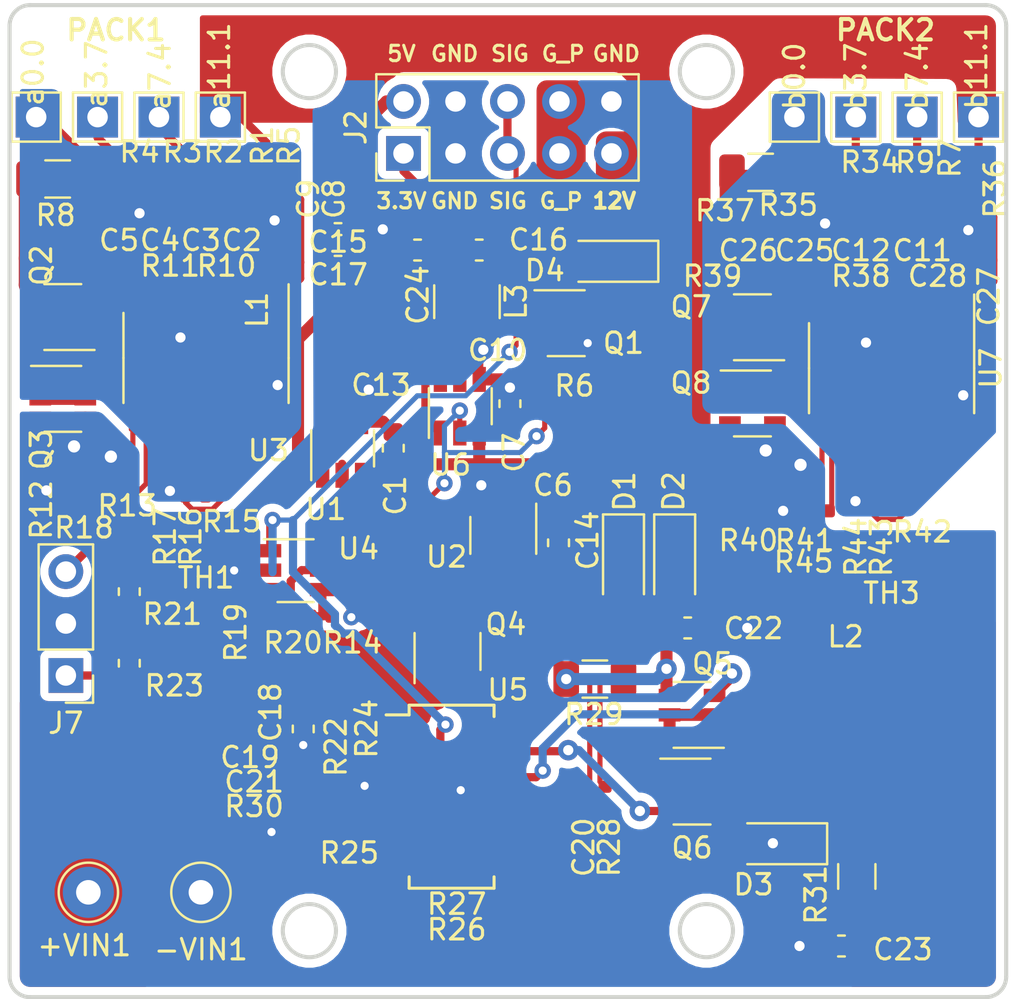
<source format=kicad_pcb>
(kicad_pcb (version 20171130) (host pcbnew "(5.1.6)-1")
  (layers (0 F.Cu signal) (31 B.Cu signal) (34 B.Paste user) (35 F.Paste user) (36 B.SilkS user) (37 F.SilkS user) (38 B.Mask user) (39 F.Mask user) (44 Edge.Cuts user))
  (net 0 "")
  (net 1 Earth)
  (net 2 "Net-(C2-Pad2)")
  (net 3 "Net-(C2-Pad1)")
  (net 4 "Net-(C3-Pad1)")
  (net 5 "Net-(C5-Pad1)")
  (net 6 "Net-(C8-Pad2)")
  (net 7 "Net-(C9-Pad1)")
  (net 8 "Net-(C13-Pad1)")
  (net 9 "Net-(C13-Pad2)")
  (net 10 +3V3)
  (net 11 +5V)
  (net 12 "Net-(C19-Pad2)")
  (net 13 "Net-(C20-Pad2)")
  (net 14 +12V)
  (net 15 "Net-(C21-Pad2)")
  (net 16 +BATT)
  (net 17 "Net-(L2-Pad2)")
  (net 18 "Net-(Q2-Pad1)")
  (net 19 "Net-(Q2-Pad2)")
  (net 20 "Net-(Q2-Pad3)")
  (net 21 "Net-(Q3-Pad2)")
  (net 22 "Net-(Q4-Pad3)")
  (net 23 "Net-(Q4-Pad2)")
  (net 24 "Net-(Q5-Pad2)")
  (net 25 "Net-(Q6-Pad2)")
  (net 26 ~DELAYED_OFF~)
  (net 27 "Net-(R10-Pad2)")
  (net 28 "Net-(R13-Pad2)")
  (net 29 "Net-(R14-Pad2)")
  (net 30 "Net-(R15-Pad2)")
  (net 31 "Net-(R15-Pad1)")
  (net 32 "Net-(R16-Pad2)")
  (net 33 "Net-(R17-Pad2)")
  (net 34 "Net-(R18-Pad2)")
  (net 35 "Net-(R19-Pad2)")
  (net 36 "Net-(R22-Pad1)")
  (net 37 "Net-(R24-Pad2)")
  (net 38 "Net-(R25-Pad2)")
  (net 39 "Net-(R26-Pad2)")
  (net 40 "Net-(R27-Pad2)")
  (net 41 "Net-(U2-Pad3)")
  (net 42 "Net-(U3-Pad15)")
  (net 43 "Net-(U3-Pad21)")
  (net 44 "Net-(U5-Pad3)")
  (net 45 "Net-(U5-Pad12)")
  (net 46 "Net-(U5-Pad16)")
  (net 47 "Net-(U5-Pad2)")
  (net 48 "Net-(U5-Pad5)")
  (net 49 "Net-(U5-Pad13)")
  (net 50 "Net-(Q1-Pad2)")
  (net 51 ~SHT_DWN_SIG~)
  (net 52 VBUS)
  (net 53 "Net-(C11-Pad2)")
  (net 54 "Net-(C11-Pad1)")
  (net 55 "Net-(C12-Pad1)")
  (net 56 "Net-(C20-Pad1)")
  (net 57 "Net-(C26-Pad1)")
  (net 58 "Net-(C27-Pad2)")
  (net 59 "Net-(C28-Pad1)")
  (net 60 "Net-(D3-Pad1)")
  (net 61 GNDPWR)
  (net 62 "Net-(Q7-Pad1)")
  (net 63 "Net-(Q7-Pad3)")
  (net 64 "Net-(Q7-Pad2)")
  (net 65 "Net-(Q8-Pad2)")
  (net 66 "Net-(R38-Pad2)")
  (net 67 "Net-(R41-Pad2)")
  (net 68 "Net-(R42-Pad2)")
  (net 69 "Net-(R42-Pad1)")
  (net 70 "Net-(R43-Pad2)")
  (net 71 "Net-(R44-Pad2)")
  (net 72 "Net-(R45-Pad2)")
  (net 73 "Net-(U7-Pad21)")
  (net 74 "Net-(U7-Pad15)")
  (net 75 PACK1-)
  (net 76 PACK2-)
  (net 77 "Net-(U5-Pad17)")
  (net 78 "Net-(C10-Pad2)")
  (net 79 "Net-(C10-Pad1)")
  (net 80 +3V3_LowPwr)
  (net 81 "Net-(R3-Pad2)")
  (net 82 "Net-(R2-Pad2)")
  (net 83 "Net-(R34-Pad2)")
  (net 84 "Net-(R9-Pad2)")
  (module Custom:SOT-23-6_mosfet (layer F.Cu) (at 158.75 94.5)
    (fp_text reference Q8 (at -3 -1 180) (layer F.SilkS))
    (fp_text value FDC645N)
    (pad 1 smd rect (at 1.1 0) (size 1.06 0.65) (layers F.Cu F.Paste F.Mask) (net 62 "Net-(Q7-Pad1)"))
    (pad 1 smd rect (at 1.1 -0.95) (size 1.06 0.65) (layers F.Cu F.Paste F.Mask) (net 62 "Net-(Q7-Pad1)"))
    (pad 3 smd rect (at 1.1 0.95) (size 1.06 0.65) (layers F.Cu F.Paste F.Mask) (net 1 Earth))
    (pad 2 smd rect (at -1.1 0.95) (size 1.06 0.65) (layers F.Cu F.Paste F.Mask) (net 65 "Net-(Q8-Pad2)"))
    (pad 1 smd rect (at -1.1 0) (size 1.06 0.65) (layers F.Cu F.Paste F.Mask) (net 62 "Net-(Q7-Pad1)"))
    (pad 1 smd rect (at -1.1 -0.95) (size 1.06 0.65) (layers F.Cu F.Paste F.Mask) (net 62 "Net-(Q7-Pad1)"))
  )
  (module TestPoint:TestPoint_THTPad_2.0x2.0mm_Drill1.0mm (layer F.Cu) (at 160.8 80.5)
    (fp_text reference b0.0 (at 0 -1.998 90) (layer F.SilkS))
    (fp_text value B)
    (pad 1 thru_hole rect (at 0 0) (size 2 2) (drill 1) (layers *.Cu *.Mask) (net 76 PACK2-))
  )
  (module TestPoint:TestPoint_THTPad_2.0x2.0mm_Drill1.0mm (layer F.Cu) (at 132.75 80.5)
    (fp_text reference a11.1 (at -0.05 -2.5 90) (layer F.SilkS))
    (fp_text value A)
    (pad 1 thru_hole rect (at 0 0) (size 2 2) (drill 1) (layers *.Cu *.Mask) (net 16 +BATT))
  )
  (module TestPoint:TestPoint_THTPad_2.0x2.0mm_Drill1.0mm (layer F.Cu) (at 129.75 80.5)
    (fp_text reference a7.4 (at 0.05 -2 90) (layer F.SilkS))
    (fp_text value A)
    (pad 1 thru_hole rect (at 0 0) (size 2 2) (drill 1) (layers *.Cu *.Mask) (net 82 "Net-(R2-Pad2)"))
  )
  (module TestPoint:TestPoint_THTPad_2.0x2.0mm_Drill1.0mm (layer F.Cu) (at 126.75 80.5)
    (fp_text reference a3.7 (at -0.05 -2.1 90) (layer F.SilkS))
    (fp_text value A)
    (pad 1 thru_hole rect (at 0 0) (size 2 2) (drill 1) (layers *.Cu *.Mask) (net 81 "Net-(R3-Pad2)"))
  )
  (module TestPoint:TestPoint_THTPad_2.0x2.0mm_Drill1.0mm (layer F.Cu) (at 123.75 80.5)
    (fp_text reference a0.0 (at -0.15 -2.2 90) (layer F.SilkS))
    (fp_text value A)
    (pad 1 thru_hole rect (at 0 0) (size 2 2) (drill 1) (layers *.Cu *.Mask) (net 75 PACK1-))
  )
  (module TestPoint:TestPoint_THTPad_2.0x2.0mm_Drill1.0mm (layer F.Cu) (at 166.8 80.5)
    (fp_text reference b7.4 (at 0 -1.998 90) (layer F.SilkS))
    (fp_text value B)
    (pad 1 thru_hole rect (at 0 0) (size 2 2) (drill 1) (layers *.Cu *.Mask) (net 84 "Net-(R9-Pad2)"))
  )
  (module TestPoint:TestPoint_THTPad_2.0x2.0mm_Drill1.0mm (layer F.Cu) (at 163.8 80.5)
    (fp_text reference b3.7 (at 0 -1.998 90) (layer F.SilkS))
    (fp_text value B)
    (pad 1 thru_hole rect (at 0 0) (size 2 2) (drill 1) (layers *.Cu *.Mask) (net 83 "Net-(R34-Pad2)"))
  )
  (module TestPoint:TestPoint_THTPad_2.0x2.0mm_Drill1.0mm (layer F.Cu) (at 169.8 80.5)
    (fp_text reference b11.1 (at -0.1 -2.5 90) (layer F.SilkS))
    (fp_text value B)
    (pad 1 thru_hole rect (at 0 0) (size 2 2) (drill 1) (layers *.Cu *.Mask) (net 16 +BATT))
  )
  (module TestPoint:TestPoint_THTPad_D2.5mm_Drill1.2mm (layer F.Cu) (at 131.8 118.4)
    (fp_text reference -VIN1 (at 0 2.8) (layer F.SilkS))
    (fp_text value Conn_01x01)
    (pad 1 thru_hole circle (at 0 0) (size 2.5 2.5) (drill 1.2) (layers *.Cu *.Mask) (net 1 Earth))
  )
  (module TestPoint:TestPoint_THTPad_D2.5mm_Drill1.2mm (layer F.Cu) (at 126.3 118.4)
    (fp_text reference +VIN1 (at -0.2 2.6) (layer F.SilkS))
    (fp_text value Conn_01x01)
    (pad 1 thru_hole circle (at 0 0) (size 2.5 2.5) (drill 1.2) (layers *.Cu *.Mask) (net 52 VBUS))
  )
  (module Resistor_SMD:R_0603_1608Metric (layer F.Cu) (at 128.3 107.2 90)
    (fp_text reference R23 (at -1.1 2.2 180) (layer F.SilkS))
    (fp_text value DNP)
    (pad 2 smd roundrect (at 0.7875 0 90) (size 0.875 0.95) (layers F.Cu F.Paste F.Mask) (net 51 ~SHT_DWN_SIG~))
    (pad 1 smd roundrect (at -0.7875 0 90) (size 0.875 0.95) (layers F.Cu F.Paste F.Mask) (net 80 +3V3_LowPwr))
  )
  (module Resistor_SMD:R_0603_1608Metric (layer F.Cu) (at 128.3 103.7 270)
    (fp_text reference R21 (at 1.1 -2.1 180) (layer F.SilkS))
    (fp_text value DNP)
    (pad 2 smd roundrect (at 0.7875 0 270) (size 0.875 0.95) (layers F.Cu F.Paste F.Mask) (net 1 Earth))
    (pad 1 smd roundrect (at -0.7875 0 270) (size 0.875 0.95) (layers F.Cu F.Paste F.Mask) (net 51 ~SHT_DWN_SIG~))
  )
  (module Connector_PinHeader_2.54mm:PinHeader_1x03_P2.54mm_Vertical (layer F.Cu) (at 125.2 107.8 180)
    (fp_text reference J7 (at 0 -2.33) (layer F.SilkS))
    (fp_text value Conn_01x03)
    (pad 3 thru_hole oval (at 0 5.08 180) (size 1.7 1.7) (drill 1) (layers *.Cu *.Mask) (net 51 ~SHT_DWN_SIG~))
    (pad 2 thru_hole oval (at 0 2.54 180) (size 1.7 1.7) (drill 1) (layers *.Cu *.Mask) (net 1 Earth))
    (pad 1 thru_hole rect (at 0 0 180) (size 1.7 1.7) (drill 1) (layers *.Cu *.Mask) (net 80 +3V3_LowPwr))
  )
  (module Connector_PinHeader_2.54mm:PinHeader_2x05_P2.54mm_Vertical (layer F.Cu) (at 141.7 82.275 90)
    (fp_text reference J2 (at 1.27 -2.33 90) (layer F.SilkS))
    (fp_text value Conn_02x05_Odd_Even)
    (pad 10 thru_hole oval (at 2.54 10.16 90) (size 1.7 1.7) (drill 1) (layers *.Cu *.Mask) (net 1 Earth))
    (pad 9 thru_hole oval (at 0 10.16 90) (size 1.7 1.7) (drill 1) (layers *.Cu *.Mask) (net 14 +12V))
    (pad 8 thru_hole oval (at 2.54 7.62 90) (size 1.7 1.7) (drill 1) (layers *.Cu *.Mask) (net 61 GNDPWR))
    (pad 7 thru_hole oval (at 0 7.62 90) (size 1.7 1.7) (drill 1) (layers *.Cu *.Mask) (net 61 GNDPWR))
    (pad 6 thru_hole oval (at 2.54 5.08 90) (size 1.7 1.7) (drill 1) (layers *.Cu *.Mask) (net 51 ~SHT_DWN_SIG~))
    (pad 5 thru_hole oval (at 0 5.08 90) (size 1.7 1.7) (drill 1) (layers *.Cu *.Mask) (net 51 ~SHT_DWN_SIG~))
    (pad 4 thru_hole oval (at 2.54 2.54 90) (size 1.7 1.7) (drill 1) (layers *.Cu *.Mask) (net 1 Earth))
    (pad 3 thru_hole oval (at 0 2.54 90) (size 1.7 1.7) (drill 1) (layers *.Cu *.Mask) (net 1 Earth))
    (pad 2 thru_hole oval (at 2.54 0 90) (size 1.7 1.7) (drill 1) (layers *.Cu *.Mask) (net 11 +5V))
    (pad 1 thru_hole rect (at 0 0 90) (size 1.7 1.7) (drill 1) (layers *.Cu *.Mask) (net 10 +3V3))
  )
  (module Package_TO_SOT_SMD:TSOT-23-6 (layer F.Cu) (at 144.45 94.635 90)
    (fp_text reference U6 (at -2.865 -0.45 180) (layer F.SilkS))
    (fp_text value AP63203)
    (pad 1 smd rect (at -1.31 -0.95 90) (size 1.22 0.65) (layers F.Cu F.Paste F.Mask) (net 10 +3V3))
    (pad 2 smd rect (at -1.31 0 90) (size 1.22 0.65) (layers F.Cu F.Paste F.Mask) (net 26 ~DELAYED_OFF~))
    (pad 3 smd rect (at -1.31 0.95 90) (size 1.22 0.65) (layers F.Cu F.Paste F.Mask) (net 14 +12V))
    (pad 4 smd rect (at 1.31 0.95 90) (size 1.22 0.65) (layers F.Cu F.Paste F.Mask) (net 1 Earth))
    (pad 5 smd rect (at 1.31 0 90) (size 1.22 0.65) (layers F.Cu F.Paste F.Mask) (net 79 "Net-(C10-Pad1)"))
    (pad 6 smd rect (at 1.31 -0.95 90) (size 1.22 0.65) (layers F.Cu F.Paste F.Mask) (net 78 "Net-(C10-Pad2)"))
  )
  (module Custom:L_3.0x3.0_Abracon (layer F.Cu) (at 144.8 89.525 90)
    (fp_text reference L3 (at 0 2.4 90) (layer F.SilkS))
    (fp_text value "3.9uH 1.25A")
    (pad 1 smd rect (at -1.15 0 90) (size 0.8 2.7) (layers F.Cu F.Paste F.Mask) (net 79 "Net-(C10-Pad1)"))
    (pad 2 smd rect (at 1.15 0 90) (size 0.8 2.7) (layers F.Cu F.Paste F.Mask) (net 10 +3V3))
  )
  (module Custom:L_7.5x7.0mm (layer F.Cu) (at 163.1 110.7)
    (fp_text reference L2 (at 0.2 -4.8) (layer F.SilkS))
    (fp_text value "10uH 5.7A")
    (pad 2 smd rect (at 3.2 0) (size 3.6 3.6) (layers F.Cu F.Paste F.Mask) (net 17 "Net-(L2-Pad2)"))
    (pad 1 smd rect (at -3.2 0) (size 3.6 3.6) (layers F.Cu F.Paste F.Mask) (net 60 "Net-(D3-Pad1)"))
  )
  (module Custom:L_4.6x4.6mm (layer F.Cu) (at 139.35 90.125 90)
    (fp_text reference L1 (at 0.2 -4.8 90) (layer F.SilkS))
    (fp_text value "4.7uH 2.7A")
    (pad 2 smd rect (at 1.6 0 90) (size 1.4 2.4) (layers F.Cu F.Paste F.Mask) (net 11 +5V))
    (pad 1 smd rect (at -1.6 0 90) (size 1.4 2.4) (layers F.Cu F.Paste F.Mask) (net 8 "Net-(C13-Pad1)"))
  )
  (module Capacitor_SMD:C_0603_1608Metric (layer F.Cu) (at 142.3875 87)
    (fp_text reference C24 (at 0.0125 2.2 90) (layer F.SilkS))
    (fp_text value 22uF)
    (pad 2 smd roundrect (at 0.7875 0) (size 0.875 0.95) (layers F.Cu F.Paste F.Mask) (net 10 +3V3))
    (pad 1 smd roundrect (at -0.7875 0) (size 0.875 0.95) (layers F.Cu F.Paste F.Mask) (net 1 Earth))
  )
  (module Capacitor_SMD:C_0603_1608Metric (layer F.Cu) (at 138.5 86.775 180)
    (fp_text reference C17 (at 0 -1.43) (layer F.SilkS))
    (fp_text value 22uF)
    (pad 2 smd roundrect (at 0.7875 0 180) (size 0.875 0.95) (layers F.Cu F.Paste F.Mask) (net 11 +5V))
    (pad 1 smd roundrect (at -0.7875 0 180) (size 0.875 0.95) (layers F.Cu F.Paste F.Mask) (net 1 Earth))
  )
  (module Capacitor_SMD:C_0603_1608Metric (layer F.Cu) (at 145.4 87 180)
    (fp_text reference C16 (at -2.9 0.5) (layer F.SilkS))
    (fp_text value 22uF)
    (pad 2 smd roundrect (at 0.7875 0 180) (size 0.875 0.95) (layers F.Cu F.Paste F.Mask) (net 10 +3V3))
    (pad 1 smd roundrect (at -0.7875 0 180) (size 0.875 0.95) (layers F.Cu F.Paste F.Mask) (net 1 Earth))
  )
  (module Capacitor_SMD:C_0603_1608Metric (layer F.Cu) (at 138.5 85.175 180)
    (fp_text reference C15 (at 0 -1.43) (layer F.SilkS))
    (fp_text value 22uF)
    (pad 2 smd roundrect (at 0.7875 0 180) (size 0.875 0.95) (layers F.Cu F.Paste F.Mask) (net 11 +5V))
    (pad 1 smd roundrect (at -0.7875 0 180) (size 0.875 0.95) (layers F.Cu F.Paste F.Mask) (net 1 Earth))
  )
  (module Capacitor_SMD:C_0402_1005Metric (layer F.Cu) (at 143.95 91.825 180)
    (fp_text reference C10 (at -2.35 -0.075) (layer F.SilkS))
    (fp_text value 0.1uF)
    (pad 1 smd roundrect (at -0.485 0 180) (size 0.59 0.64) (layers F.Cu F.Paste F.Mask) (net 79 "Net-(C10-Pad1)"))
    (pad 2 smd roundrect (at 0.485 0 180) (size 0.59 0.64) (layers F.Cu F.Paste F.Mask) (net 78 "Net-(C10-Pad2)"))
  )
  (module Capacitor_SMD:C_0603_1608Metric (layer F.Cu) (at 146.9 94.5125 270)
    (fp_text reference C7 (at 2.3875 -0.2 90) (layer F.SilkS))
    (fp_text value 10uF)
    (pad 2 smd roundrect (at 0.7875 0 270) (size 0.875 0.95) (layers F.Cu F.Paste F.Mask) (net 14 +12V))
    (pad 1 smd roundrect (at -0.7875 0 270) (size 0.875 0.95) (layers F.Cu F.Paste F.Mask) (net 1 Earth))
  )
  (module Capacitor_SMD:C_0603_1608Metric (layer F.Cu) (at 136.8 110.4125 90)
    (fp_text reference C18 (at 0.8125 -1.6 90) (layer F.SilkS))
    (fp_text value 0.1uF)
    (pad 2 smd roundrect (at 0.7875 0 90) (size 0.875 0.95) (layers F.Cu F.Paste F.Mask) (net 52 VBUS))
    (pad 1 smd roundrect (at -0.7875 0 90) (size 0.875 0.95) (layers F.Cu F.Paste F.Mask) (net 1 Earth))
  )
  (module Resistor_SMD:R_1206_3216Metric (layer F.Cu) (at 124.8 83.525)
    (fp_text reference R8 (at -0.1 1.775) (layer F.SilkS))
    (fp_text value 0.02)
    (pad 2 smd roundrect (at 1.4 0) (size 1.25 1.75) (layers F.Cu F.Paste F.Mask) (roundrect_rratio 0.2) (net 75 PACK1-))
    (pad 1 smd roundrect (at -1.4 0) (size 1.25 1.75) (layers F.Cu F.Paste F.Mask) (roundrect_rratio 0.2) (net 20 "Net-(Q2-Pad3)"))
  )
  (module Custom:D_SOD-123EP (layer F.Cu) (at 151.9 87.55 180)
    (fp_text reference D4 (at 3.3 -0.45) (layer F.SilkS))
    (fp_text value "30V 3A")
    (pad 2 smd rect (at 1.4 0 180) (size 1.25 1.4) (layers F.Cu F.Paste F.Mask) (net 61 GNDPWR))
    (pad 1 smd rect (at -0.9 0 180) (size 2.3 1.4) (layers F.Cu F.Paste F.Mask) (net 14 +12V))
  )
  (module Custom:D_SOD-123EP (layer F.Cu) (at 154.95 102.175 270)
    (fp_text reference D2 (at -3.375 0.05 90) (layer F.SilkS))
    (fp_text value "30V 3A")
    (pad 2 smd rect (at 1.4 0 270) (size 1.25 1.4) (layers F.Cu F.Paste F.Mask) (net 16 +BATT))
    (pad 1 smd rect (at -0.9 0 270) (size 2.3 1.4) (layers F.Cu F.Paste F.Mask) (net 14 +12V))
  )
  (module Custom:D_SOD-123EP (layer F.Cu) (at 152.45 102.175 270)
    (fp_text reference D1 (at -3.375 -0.05 90) (layer F.SilkS))
    (fp_text value "30V 3A")
    (pad 2 smd rect (at 1.4 0 270) (size 1.25 1.4) (layers F.Cu F.Paste F.Mask) (net 52 VBUS))
    (pad 1 smd rect (at -0.9 0 270) (size 2.3 1.4) (layers F.Cu F.Paste F.Mask) (net 14 +12V))
  )
  (module Package_SO:TSSOP-24_4.4x7.8mm_P0.65mm (layer F.Cu) (at 165.55 92.775 270)
    (fp_text reference U7 (at 0 -4.85 90) (layer F.SilkS))
    (fp_text value BQ77915)
    (pad 24 smd roundrect (at 2.8625 -3.575 270) (size 1.475 0.4) (layers F.Cu F.Paste F.Mask) (net 76 PACK2-))
    (pad 23 smd roundrect (at 2.8625 -2.925 270) (size 1.475 0.4) (layers F.Cu F.Paste F.Mask) (net 76 PACK2-))
    (pad 22 smd roundrect (at 2.8625 -2.275 270) (size 1.475 0.4) (layers F.Cu F.Paste F.Mask) (net 58 "Net-(C27-Pad2)"))
    (pad 21 smd roundrect (at 2.8625 -1.625 270) (size 1.475 0.4) (layers F.Cu F.Paste F.Mask) (net 73 "Net-(U7-Pad21)"))
    (pad 20 smd roundrect (at 2.8625 -0.975 270) (size 1.475 0.4) (layers F.Cu F.Paste F.Mask) (net 76 PACK2-))
    (pad 19 smd roundrect (at 2.8625 -0.325 270) (size 1.475 0.4) (layers F.Cu F.Paste F.Mask) (net 68 "Net-(R42-Pad2)"))
    (pad 18 smd roundrect (at 2.8625 0.325 270) (size 1.475 0.4) (layers F.Cu F.Paste F.Mask) (net 69 "Net-(R42-Pad1)"))
    (pad 17 smd roundrect (at 2.8625 0.975 270) (size 1.475 0.4) (layers F.Cu F.Paste F.Mask) (net 70 "Net-(R43-Pad2)"))
    (pad 16 smd roundrect (at 2.8625 1.625 270) (size 1.475 0.4) (layers F.Cu F.Paste F.Mask) (net 71 "Net-(R44-Pad2)"))
    (pad 15 smd roundrect (at 2.8625 2.275 270) (size 1.475 0.4) (layers F.Cu F.Paste F.Mask) (net 74 "Net-(U7-Pad15)"))
    (pad 14 smd roundrect (at 2.8625 2.925 270) (size 1.475 0.4) (layers F.Cu F.Paste F.Mask) (net 72 "Net-(R45-Pad2)"))
    (pad 13 smd roundrect (at 2.8625 3.575 270) (size 1.475 0.4) (layers F.Cu F.Paste F.Mask) (net 67 "Net-(R41-Pad2)"))
    (pad 12 smd roundrect (at -2.8625 3.575 270) (size 1.475 0.4) (layers F.Cu F.Paste F.Mask) (net 66 "Net-(R38-Pad2)"))
    (pad 11 smd roundrect (at -2.8625 2.925 270) (size 1.475 0.4) (layers F.Cu F.Paste F.Mask) (net 63 "Net-(Q7-Pad3)"))
    (pad 10 smd roundrect (at -2.8625 2.275 270) (size 1.475 0.4) (layers F.Cu F.Paste F.Mask) (net 76 PACK2-))
    (pad 9 smd roundrect (at -2.8625 1.625 270) (size 1.475 0.4) (layers F.Cu F.Paste F.Mask) (net 76 PACK2-))
    (pad 8 smd roundrect (at -2.8625 0.975 270) (size 1.475 0.4) (layers F.Cu F.Paste F.Mask) (net 57 "Net-(C26-Pad1)"))
    (pad 7 smd roundrect (at -2.8625 0.325 270) (size 1.475 0.4) (layers F.Cu F.Paste F.Mask) (net 55 "Net-(C12-Pad1)"))
    (pad 6 smd roundrect (at -2.8625 -0.325 270) (size 1.475 0.4) (layers F.Cu F.Paste F.Mask) (net 54 "Net-(C11-Pad1)"))
    (pad 5 smd roundrect (at -2.8625 -0.975 270) (size 1.475 0.4) (layers F.Cu F.Paste F.Mask) (net 53 "Net-(C11-Pad2)"))
    (pad 4 smd roundrect (at -2.8625 -1.625 270) (size 1.475 0.4) (layers F.Cu F.Paste F.Mask) (net 53 "Net-(C11-Pad2)"))
    (pad 3 smd roundrect (at -2.8625 -2.275 270) (size 1.475 0.4) (layers F.Cu F.Paste F.Mask) (net 53 "Net-(C11-Pad2)"))
    (pad 2 smd roundrect (at -2.8625 -2.925 270) (size 1.475 0.4) (layers F.Cu F.Paste F.Mask) (net 59 "Net-(C28-Pad1)"))
    (pad 1 smd roundrect (at -2.8625 -3.575 270) (size 1.475 0.4) (layers F.Cu F.Paste F.Mask) (net 58 "Net-(C27-Pad2)"))
  )
  (module Package_SO:SSOP-24_3.9x8.7mm_P0.635mm (layer F.Cu) (at 144.05 113.725)
    (fp_text reference U5 (at 2.75 -5.225 180) (layer F.SilkS))
    (fp_text value LTC4007)
    (pad 24 smd rect (at 2.6 -3.4925) (size 1.2 0.4) (layers F.Cu F.Paste F.Mask) (net 1 Earth))
    (pad 23 smd rect (at 2.6 -2.8575) (size 1.2 0.4) (layers F.Cu F.Paste F.Mask) (net 23 "Net-(Q4-Pad2)"))
    (pad 22 smd rect (at 2.6 -2.2225) (size 1.2 0.4) (layers F.Cu F.Paste F.Mask) (net 25 "Net-(Q6-Pad2)"))
    (pad 21 smd rect (at 2.6 -1.5875) (size 1.2 0.4) (layers F.Cu F.Paste F.Mask) (net 1 Earth))
    (pad 20 smd rect (at 2.6 -0.9525) (size 1.2 0.4) (layers F.Cu F.Paste F.Mask) (net 24 "Net-(Q5-Pad2)"))
    (pad 19 smd rect (at 2.6 -0.3175) (size 1.2 0.4) (layers F.Cu F.Paste F.Mask) (net 56 "Net-(C20-Pad1)"))
    (pad 18 smd rect (at 2.6 0.3175) (size 1.2 0.4) (layers F.Cu F.Paste F.Mask) (net 13 "Net-(C20-Pad2)"))
    (pad 17 smd rect (at 2.6 0.9525) (size 1.2 0.4) (layers F.Cu F.Paste F.Mask) (net 77 "Net-(U5-Pad17)"))
    (pad 16 smd rect (at 2.6 1.5875) (size 1.2 0.4) (layers F.Cu F.Paste F.Mask) (net 46 "Net-(U5-Pad16)"))
    (pad 15 smd rect (at 2.6 2.2225) (size 1.2 0.4) (layers F.Cu F.Paste F.Mask) (net 39 "Net-(R26-Pad2)"))
    (pad 14 smd rect (at 2.6 2.8575) (size 1.2 0.4) (layers F.Cu F.Paste F.Mask) (net 40 "Net-(R27-Pad2)"))
    (pad 13 smd rect (at 2.6 3.4925) (size 1.2 0.4) (layers F.Cu F.Paste F.Mask) (net 49 "Net-(U5-Pad13)"))
    (pad 12 smd rect (at -2.6 3.4925) (size 1.2 0.4) (layers F.Cu F.Paste F.Mask) (net 45 "Net-(U5-Pad12)"))
    (pad 11 smd rect (at -2.6 2.8575) (size 1.2 0.4) (layers F.Cu F.Paste F.Mask) (net 15 "Net-(C21-Pad2)"))
    (pad 10 smd rect (at -2.6 2.2225) (size 1.2 0.4) (layers F.Cu F.Paste F.Mask) (net 38 "Net-(R25-Pad2)"))
    (pad 9 smd rect (at -2.6 1.5875) (size 1.2 0.4) (layers F.Cu F.Paste F.Mask) (net 36 "Net-(R22-Pad1)"))
    (pad 8 smd rect (at -2.6 0.9525) (size 1.2 0.4) (layers F.Cu F.Paste F.Mask) (net 51 ~SHT_DWN_SIG~))
    (pad 7 smd rect (at -2.6 0.3175) (size 1.2 0.4) (layers F.Cu F.Paste F.Mask) (net 1 Earth))
    (pad 6 smd rect (at -2.6 -0.3175) (size 1.2 0.4) (layers F.Cu F.Paste F.Mask) (net 1 Earth))
    (pad 5 smd rect (at -2.6 -0.9525) (size 1.2 0.4) (layers F.Cu F.Paste F.Mask) (net 48 "Net-(U5-Pad5)"))
    (pad 4 smd rect (at -2.6 -1.5875) (size 1.2 0.4) (layers F.Cu F.Paste F.Mask) (net 37 "Net-(R24-Pad2)"))
    (pad 3 smd rect (at -2.6 -2.2225) (size 1.2 0.4) (layers F.Cu F.Paste F.Mask) (net 44 "Net-(U5-Pad3)"))
    (pad 2 smd rect (at -2.6 -2.8575) (size 1.2 0.4) (layers F.Cu F.Paste F.Mask) (net 47 "Net-(U5-Pad2)"))
    (pad 1 smd rect (at -2.6 -3.4925) (size 1.2 0.4) (layers F.Cu F.Paste F.Mask) (net 52 VBUS))
  )
  (module Package_TO_SOT_SMD:TSOT-23-6 (layer F.Cu) (at 136.425 102.65)
    (fp_text reference U4 (at 3.075 -1.05) (layer F.SilkS))
    (fp_text value LTC6994xS6-1)
    (pad 6 smd rect (at 1.31 -0.95) (size 1.22 0.65) (layers F.Cu F.Paste F.Mask) (net 26 ~DELAYED_OFF~))
    (pad 5 smd rect (at 1.31 0) (size 1.22 0.65) (layers F.Cu F.Paste F.Mask) (net 80 +3V3_LowPwr))
    (pad 4 smd rect (at 1.31 0.95) (size 1.22 0.65) (layers F.Cu F.Paste F.Mask) (net 29 "Net-(R14-Pad2)"))
    (pad 3 smd rect (at -1.31 0.95) (size 1.22 0.65) (layers F.Cu F.Paste F.Mask) (net 35 "Net-(R19-Pad2)"))
    (pad 2 smd rect (at -1.31 0) (size 1.22 0.65) (layers F.Cu F.Paste F.Mask) (net 1 Earth))
    (pad 1 smd rect (at -1.31 -0.95) (size 1.22 0.65) (layers F.Cu F.Paste F.Mask) (net 51 ~SHT_DWN_SIG~))
  )
  (module Package_SO:TSSOP-24_4.4x7.8mm_P0.65mm (layer F.Cu) (at 132.05 92.275 270)
    (fp_text reference U3 (at 4.525 -3.05 180) (layer F.SilkS))
    (fp_text value BQ77915)
    (pad 24 smd roundrect (at 2.8625 -3.575 270) (size 1.475 0.4) (layers F.Cu F.Paste F.Mask) (net 75 PACK1-))
    (pad 23 smd roundrect (at 2.8625 -2.925 270) (size 1.475 0.4) (layers F.Cu F.Paste F.Mask) (net 75 PACK1-))
    (pad 22 smd roundrect (at 2.8625 -2.275 270) (size 1.475 0.4) (layers F.Cu F.Paste F.Mask) (net 6 "Net-(C8-Pad2)"))
    (pad 21 smd roundrect (at 2.8625 -1.625 270) (size 1.475 0.4) (layers F.Cu F.Paste F.Mask) (net 43 "Net-(U3-Pad21)"))
    (pad 20 smd roundrect (at 2.8625 -0.975 270) (size 1.475 0.4) (layers F.Cu F.Paste F.Mask) (net 75 PACK1-))
    (pad 19 smd roundrect (at 2.8625 -0.325 270) (size 1.475 0.4) (layers F.Cu F.Paste F.Mask) (net 30 "Net-(R15-Pad2)"))
    (pad 18 smd roundrect (at 2.8625 0.325 270) (size 1.475 0.4) (layers F.Cu F.Paste F.Mask) (net 31 "Net-(R15-Pad1)"))
    (pad 17 smd roundrect (at 2.8625 0.975 270) (size 1.475 0.4) (layers F.Cu F.Paste F.Mask) (net 32 "Net-(R16-Pad2)"))
    (pad 16 smd roundrect (at 2.8625 1.625 270) (size 1.475 0.4) (layers F.Cu F.Paste F.Mask) (net 33 "Net-(R17-Pad2)"))
    (pad 15 smd roundrect (at 2.8625 2.275 270) (size 1.475 0.4) (layers F.Cu F.Paste F.Mask) (net 42 "Net-(U3-Pad15)"))
    (pad 14 smd roundrect (at 2.8625 2.925 270) (size 1.475 0.4) (layers F.Cu F.Paste F.Mask) (net 34 "Net-(R18-Pad2)"))
    (pad 13 smd roundrect (at 2.8625 3.575 270) (size 1.475 0.4) (layers F.Cu F.Paste F.Mask) (net 28 "Net-(R13-Pad2)"))
    (pad 12 smd roundrect (at -2.8625 3.575 270) (size 1.475 0.4) (layers F.Cu F.Paste F.Mask) (net 27 "Net-(R10-Pad2)"))
    (pad 11 smd roundrect (at -2.8625 2.925 270) (size 1.475 0.4) (layers F.Cu F.Paste F.Mask) (net 20 "Net-(Q2-Pad3)"))
    (pad 10 smd roundrect (at -2.8625 2.275 270) (size 1.475 0.4) (layers F.Cu F.Paste F.Mask) (net 75 PACK1-))
    (pad 9 smd roundrect (at -2.8625 1.625 270) (size 1.475 0.4) (layers F.Cu F.Paste F.Mask) (net 75 PACK1-))
    (pad 8 smd roundrect (at -2.8625 0.975 270) (size 1.475 0.4) (layers F.Cu F.Paste F.Mask) (net 5 "Net-(C5-Pad1)"))
    (pad 7 smd roundrect (at -2.8625 0.325 270) (size 1.475 0.4) (layers F.Cu F.Paste F.Mask) (net 4 "Net-(C3-Pad1)"))
    (pad 6 smd roundrect (at -2.8625 -0.325 270) (size 1.475 0.4) (layers F.Cu F.Paste F.Mask) (net 3 "Net-(C2-Pad1)"))
    (pad 5 smd roundrect (at -2.8625 -0.975 270) (size 1.475 0.4) (layers F.Cu F.Paste F.Mask) (net 2 "Net-(C2-Pad2)"))
    (pad 4 smd roundrect (at -2.8625 -1.625 270) (size 1.475 0.4) (layers F.Cu F.Paste F.Mask) (net 2 "Net-(C2-Pad2)"))
    (pad 3 smd roundrect (at -2.8625 -2.275 270) (size 1.475 0.4) (layers F.Cu F.Paste F.Mask) (net 2 "Net-(C2-Pad2)"))
    (pad 2 smd roundrect (at -2.8625 -2.925 270) (size 1.475 0.4) (layers F.Cu F.Paste F.Mask) (net 7 "Net-(C9-Pad1)"))
    (pad 1 smd roundrect (at -2.8625 -3.575 270) (size 1.475 0.4) (layers F.Cu F.Paste F.Mask) (net 6 "Net-(C8-Pad2)"))
  )
  (module Package_TO_SOT_SMD:SOT-23-5 (layer F.Cu) (at 146.575 100.95 270)
    (fp_text reference U2 (at 1.05 2.775 180) (layer F.SilkS))
    (fp_text value TPS70933DBV)
    (pad 5 smd rect (at 1.1 -0.95 270) (size 1.06 0.65) (layers F.Cu F.Paste F.Mask) (net 80 +3V3_LowPwr))
    (pad 4 smd rect (at 1.1 0.95 270) (size 1.06 0.65) (layers F.Cu F.Paste F.Mask))
    (pad 3 smd rect (at -1.1 0.95 270) (size 1.06 0.65) (layers F.Cu F.Paste F.Mask) (net 41 "Net-(U2-Pad3)"))
    (pad 2 smd rect (at -1.1 0 270) (size 1.06 0.65) (layers F.Cu F.Paste F.Mask) (net 1 Earth))
    (pad 1 smd rect (at -1.1 -0.95 270) (size 1.06 0.65) (layers F.Cu F.Paste F.Mask) (net 14 +12V))
  )
  (module Package_TO_SOT_SMD:TSOT-23-6 (layer F.Cu) (at 138.7 96.7 90)
    (fp_text reference U1 (at -2.975 -0.8 180) (layer F.SilkS))
    (fp_text value AP63205)
    (pad 6 smd rect (at 1.31 -0.95 90) (size 1.22 0.65) (layers F.Cu F.Paste F.Mask) (net 9 "Net-(C13-Pad2)"))
    (pad 5 smd rect (at 1.31 0 90) (size 1.22 0.65) (layers F.Cu F.Paste F.Mask) (net 8 "Net-(C13-Pad1)"))
    (pad 4 smd rect (at 1.31 0.95 90) (size 1.22 0.65) (layers F.Cu F.Paste F.Mask) (net 1 Earth))
    (pad 3 smd rect (at -1.31 0.95 90) (size 1.22 0.65) (layers F.Cu F.Paste F.Mask) (net 14 +12V))
    (pad 2 smd rect (at -1.31 0 90) (size 1.22 0.65) (layers F.Cu F.Paste F.Mask) (net 26 ~DELAYED_OFF~))
    (pad 1 smd rect (at -1.31 -0.95 90) (size 1.22 0.65) (layers F.Cu F.Paste F.Mask) (net 11 +5V))
  )
  (module Resistor_SMD:R_0402_1005Metric (layer F.Cu) (at 165.05 99.525)
    (fp_text reference TH3 (at 0.5 4.25) (layer F.SilkS))
    (fp_text value 10K)
    (pad 2 smd roundrect (at 0.485 0) (size 0.59 0.64) (layers F.Cu F.Paste F.Mask) (net 69 "Net-(R42-Pad1)"))
    (pad 1 smd roundrect (at -0.485 0) (size 0.59 0.64) (layers F.Cu F.Paste F.Mask) (net 76 PACK2-))
  )
  (module Resistor_SMD:R_0402_1005Metric (layer F.Cu) (at 131.535 99.025)
    (fp_text reference TH1 (at 0.515 4) (layer F.SilkS))
    (fp_text value 10K)
    (pad 2 smd roundrect (at 0.485 0) (size 0.59 0.64) (layers F.Cu F.Paste F.Mask) (net 31 "Net-(R15-Pad1)"))
    (pad 1 smd roundrect (at -0.485 0) (size 0.59 0.64) (layers F.Cu F.Paste F.Mask) (net 75 PACK1-))
  )
  (module Resistor_SMD:R_0402_1005Metric (layer F.Cu) (at 162 99.75)
    (fp_text reference R45 (at -0.75 2.5) (layer F.SilkS))
    (fp_text value 470K)
    (pad 2 smd roundrect (at 0.485 0) (size 0.59 0.64) (layers F.Cu F.Paste F.Mask) (net 72 "Net-(R45-Pad2)"))
    (pad 1 smd roundrect (at -0.485 0) (size 0.59 0.64) (layers F.Cu F.Paste F.Mask) (net 1 Earth))
  )
  (module Resistor_SMD:R_0402_1005Metric (layer F.Cu) (at 163.55 98.04 90)
    (fp_text reference R44 (at -3.485 0.25 90) (layer F.SilkS))
    (fp_text value 10K)
    (pad 2 smd roundrect (at 0.485 0 90) (size 0.59 0.64) (layers F.Cu F.Paste F.Mask) (net 71 "Net-(R44-Pad2)"))
    (pad 1 smd roundrect (at -0.485 0 90) (size 0.59 0.64) (layers F.Cu F.Paste F.Mask) (net 76 PACK2-))
  )
  (module Resistor_SMD:R_0402_1005Metric (layer F.Cu) (at 164.55 98.04 90)
    (fp_text reference R43 (at -3.485 0.5 90) (layer F.SilkS))
    (fp_text value 100K)
    (pad 2 smd roundrect (at 0.485 0 90) (size 0.59 0.64) (layers F.Cu F.Paste F.Mask) (net 70 "Net-(R43-Pad2)"))
    (pad 1 smd roundrect (at -0.485 0 90) (size 0.59 0.64) (layers F.Cu F.Paste F.Mask) (net 76 PACK2-))
  )
  (module Resistor_SMD:R_0402_1005Metric (layer F.Cu) (at 166.05 97.525)
    (fp_text reference R42 (at 1 3.25) (layer F.SilkS))
    (fp_text value 10K)
    (pad 2 smd roundrect (at 0.485 0) (size 0.59 0.64) (layers F.Cu F.Paste F.Mask) (net 68 "Net-(R42-Pad2)"))
    (pad 1 smd roundrect (at -0.485 0) (size 0.59 0.64) (layers F.Cu F.Paste F.Mask) (net 69 "Net-(R42-Pad1)"))
  )
  (module Resistor_SMD:R_0402_1005Metric (layer F.Cu) (at 161.3 98.7)
    (fp_text reference R41 (at 0 2.5) (layer F.SilkS))
    (fp_text value 1K)
    (pad 2 smd roundrect (at 0.485 0) (size 0.59 0.64) (layers F.Cu F.Paste F.Mask) (net 67 "Net-(R41-Pad2)"))
    (pad 1 smd roundrect (at -0.485 0) (size 0.59 0.64) (layers F.Cu F.Paste F.Mask) (net 65 "Net-(Q8-Pad2)"))
  )
  (module Resistor_SMD:R_0402_1005Metric (layer F.Cu) (at 159.3 98.7)
    (fp_text reference R40 (at -0.75 2.5) (layer F.SilkS))
    (fp_text value 1M)
    (pad 2 smd roundrect (at 0.485 0) (size 0.59 0.64) (layers F.Cu F.Paste F.Mask) (net 65 "Net-(Q8-Pad2)"))
    (pad 1 smd roundrect (at -0.485 0) (size 0.59 0.64) (layers F.Cu F.Paste F.Mask) (net 1 Earth))
  )
  (module Resistor_SMD:R_0402_1005Metric (layer F.Cu) (at 159.315 88.275)
    (fp_text reference R39 (at -2.515 0) (layer F.SilkS))
    (fp_text value 1M)
    (pad 2 smd roundrect (at 0.485 0) (size 0.59 0.64) (layers F.Cu F.Paste F.Mask) (net 64 "Net-(Q7-Pad2)"))
    (pad 1 smd roundrect (at -0.485 0) (size 0.59 0.64) (layers F.Cu F.Paste F.Mask) (net 63 "Net-(Q7-Pad3)"))
  )
  (module Resistor_SMD:R_0402_1005Metric (layer F.Cu) (at 161.3 88.275)
    (fp_text reference R38 (at 2.75 0) (layer F.SilkS))
    (fp_text value 10K)
    (pad 2 smd roundrect (at 0.485 0) (size 0.59 0.64) (layers F.Cu F.Paste F.Mask) (net 66 "Net-(R38-Pad2)"))
    (pad 1 smd roundrect (at -0.485 0) (size 0.59 0.64) (layers F.Cu F.Paste F.Mask) (net 64 "Net-(Q7-Pad2)"))
  )
  (module Resistor_SMD:R_1206_3216Metric (layer F.Cu) (at 159.15 83.2)
    (fp_text reference R37 (at -1.75 1.875) (layer F.SilkS))
    (fp_text value 0.02)
    (pad 2 smd roundrect (at 1.4 0) (size 1.25 1.75) (layers F.Cu F.Paste F.Mask) (roundrect_rratio 0.2) (net 76 PACK2-))
    (pad 1 smd roundrect (at -1.4 0) (size 1.25 1.75) (layers F.Cu F.Paste F.Mask) (roundrect_rratio 0.2) (net 63 "Net-(Q7-Pad3)"))
  )
  (module Resistor_SMD:R_0402_1005Metric (layer F.Cu) (at 169.3 84.29 90)
    (fp_text reference R36 (at 0.29 1.3 270) (layer F.SilkS))
    (fp_text value 1K)
    (pad 2 smd roundrect (at 0.485 0 90) (size 0.59 0.64) (layers F.Cu F.Paste F.Mask) (net 16 +BATT))
    (pad 1 smd roundrect (at -0.485 0 90) (size 0.59 0.64) (layers F.Cu F.Paste F.Mask) (net 58 "Net-(C27-Pad2)"))
  )
  (module Resistor_SMD:R_0402_1005Metric (layer F.Cu) (at 162.3 84.26 270)
    (fp_text reference R35 (at 0.54 1.8 180) (layer F.SilkS))
    (fp_text value 1K)
    (pad 2 smd roundrect (at 0.485 0 270) (size 0.59 0.64) (layers F.Cu F.Paste F.Mask) (net 76 PACK2-))
    (pad 1 smd roundrect (at -0.485 0 270) (size 0.59 0.64) (layers F.Cu F.Paste F.Mask) (net 57 "Net-(C26-Pad1)"))
  )
  (module Resistor_SMD:R_0402_1005Metric (layer F.Cu) (at 164.3 84.26 90)
    (fp_text reference R34 (at 1.56 0.2 180) (layer F.SilkS))
    (fp_text value 1K)
    (pad 2 smd roundrect (at 0.485 0 90) (size 0.59 0.64) (layers F.Cu F.Paste F.Mask) (net 83 "Net-(R34-Pad2)"))
    (pad 1 smd roundrect (at -0.485 0 90) (size 0.59 0.64) (layers F.Cu F.Paste F.Mask) (net 55 "Net-(C12-Pad1)"))
  )
  (module Resistor_SMD:R_1206_3216Metric (layer F.Cu) (at 163.85 117.625 90)
    (fp_text reference R31 (at -0.9 -2 90) (layer F.SilkS))
    (fp_text value 0.1)
    (pad 2 smd roundrect (at 1.4 0 90) (size 1.25 1.75) (layers F.Cu F.Paste F.Mask) (roundrect_rratio 0.2) (net 17 "Net-(L2-Pad2)"))
    (pad 1 smd roundrect (at -1.4 0 90) (size 1.25 1.75) (layers F.Cu F.Paste F.Mask) (roundrect_rratio 0.2) (net 16 +BATT))
  )
  (module Resistor_SMD:R_0402_1005Metric (layer F.Cu) (at 136.785 116.475)
    (fp_text reference R30 (at -2.385 -2.275) (layer F.SilkS))
    (fp_text value 26.7K)
    (pad 2 smd roundrect (at 0.485 0) (size 0.59 0.64) (layers F.Cu F.Paste F.Mask) (net 15 "Net-(C21-Pad2)"))
    (pad 1 smd roundrect (at -0.485 0) (size 0.59 0.64) (layers F.Cu F.Paste F.Mask) (net 1 Earth))
  )
  (module Resistor_SMD:R_1206_3216Metric (layer F.Cu) (at 151.05 107.975)
    (fp_text reference R29 (at -0.05 1.725) (layer F.SilkS))
    (fp_text value 0.06)
    (pad 2 smd roundrect (at 1.4 0) (size 1.25 1.75) (layers F.Cu F.Paste F.Mask) (roundrect_rratio 0.2) (net 22 "Net-(Q4-Pad3)"))
    (pad 1 smd roundrect (at -1.4 0) (size 1.25 1.75) (layers F.Cu F.Paste F.Mask) (roundrect_rratio 0.2) (net 56 "Net-(C20-Pad1)"))
  )
  (module Resistor_SMD:R_0402_1005Metric (layer F.Cu) (at 151.55 113.725 270)
    (fp_text reference R28 (at 2.475 -0.2 90) (layer F.SilkS))
    (fp_text value 4.99K)
    (pad 2 smd roundrect (at 0.485 0 270) (size 0.59 0.64) (layers F.Cu F.Paste F.Mask) (net 13 "Net-(C20-Pad2)"))
    (pad 1 smd roundrect (at -0.485 0 270) (size 0.59 0.64) (layers F.Cu F.Paste F.Mask) (net 22 "Net-(Q4-Pad3)"))
  )
  (module Resistor_SMD:R_0402_1005Metric (layer F.Cu) (at 146.8 118.975 180)
    (fp_text reference R27 (at 2.5 0) (layer F.SilkS))
    (fp_text value 3.01K)
    (pad 2 smd roundrect (at 0.485 0 180) (size 0.59 0.64) (layers F.Cu F.Paste F.Mask) (net 40 "Net-(R27-Pad2)"))
    (pad 1 smd roundrect (at -0.485 0 180) (size 0.59 0.64) (layers F.Cu F.Paste F.Mask) (net 17 "Net-(L2-Pad2)"))
  )
  (module Resistor_SMD:R_0402_1005Metric (layer F.Cu) (at 146.8 119.975 180)
    (fp_text reference R26 (at 2.5 -0.25) (layer F.SilkS))
    (fp_text value 3.01K)
    (pad 2 smd roundrect (at 0.485 0 180) (size 0.59 0.64) (layers F.Cu F.Paste F.Mask) (net 39 "Net-(R26-Pad2)"))
    (pad 1 smd roundrect (at -0.485 0 180) (size 0.59 0.64) (layers F.Cu F.Paste F.Mask) (net 16 +BATT))
  )
  (module Resistor_SMD:R_0402_1005Metric (layer F.Cu) (at 138.8 115.225)
    (fp_text reference R25 (at 0.25 1.25) (layer F.SilkS))
    (fp_text value 6.04K)
    (pad 2 smd roundrect (at 0.485 0) (size 0.59 0.64) (layers F.Cu F.Paste F.Mask) (net 38 "Net-(R25-Pad2)"))
    (pad 1 smd roundrect (at -0.485 0) (size 0.59 0.64) (layers F.Cu F.Paste F.Mask) (net 12 "Net-(C19-Pad2)"))
  )
  (module Resistor_SMD:R_0402_1005Metric (layer F.Cu) (at 139.8 112.71 90)
    (fp_text reference R24 (at 2.31 0.1 270) (layer F.SilkS))
    (fp_text value 309K)
    (pad 2 smd roundrect (at 0.485 0 90) (size 0.59 0.64) (layers F.Cu F.Paste F.Mask) (net 37 "Net-(R24-Pad2)"))
    (pad 1 smd roundrect (at -0.485 0 90) (size 0.59 0.64) (layers F.Cu F.Paste F.Mask) (net 1 Earth))
  )
  (module Resistor_SMD:R_0402_1005Metric (layer F.Cu) (at 138.8 113.71 90)
    (fp_text reference R22 (at 2.41 -0.4 270) (layer F.SilkS))
    (fp_text value 470K)
    (pad 2 smd roundrect (at 0.485 0 90) (size 0.59 0.64) (layers F.Cu F.Paste F.Mask) (net 52 VBUS))
    (pad 1 smd roundrect (at -0.485 0 90) (size 0.59 0.64) (layers F.Cu F.Paste F.Mask) (net 36 "Net-(R22-Pad1)"))
  )
  (module Resistor_SMD:R_0402_1005Metric (layer F.Cu) (at 136.675 104.9 180)
    (fp_text reference R20 (at 0.375 -1.3) (layer F.SilkS))
    (fp_text value 887K)
    (pad 2 smd roundrect (at 0.485 0 180) (size 0.59 0.64) (layers F.Cu F.Paste F.Mask) (net 80 +3V3_LowPwr))
    (pad 1 smd roundrect (at -0.485 0 180) (size 0.59 0.64) (layers F.Cu F.Paste F.Mask) (net 29 "Net-(R14-Pad2)"))
  )
  (module Resistor_SMD:R_0402_1005Metric (layer F.Cu) (at 133.425 103.15 270)
    (fp_text reference R19 (at 2.55 -0.075 90) (layer F.SilkS))
    (fp_text value 270K)
    (pad 2 smd roundrect (at 0.485 0 270) (size 0.59 0.64) (layers F.Cu F.Paste F.Mask) (net 35 "Net-(R19-Pad2)"))
    (pad 1 smd roundrect (at -0.485 0 270) (size 0.59 0.64) (layers F.Cu F.Paste F.Mask) (net 1 Earth))
  )
  (module Resistor_SMD:R_0402_1005Metric (layer F.Cu) (at 125.8 99.3)
    (fp_text reference R18 (at 0.285 1.275) (layer F.SilkS))
    (fp_text value 470K)
    (pad 2 smd roundrect (at 0.485 0) (size 0.59 0.64) (layers F.Cu F.Paste F.Mask) (net 34 "Net-(R18-Pad2)"))
    (pad 1 smd roundrect (at -0.485 0) (size 0.59 0.64) (layers F.Cu F.Paste F.Mask) (net 1 Earth))
  )
  (module Resistor_SMD:R_0402_1005Metric (layer F.Cu) (at 130.05 97.525 90)
    (fp_text reference R17 (at -3.5 0 90) (layer F.SilkS))
    (fp_text value 10K)
    (pad 2 smd roundrect (at 0.485 0 90) (size 0.59 0.64) (layers F.Cu F.Paste F.Mask) (net 33 "Net-(R17-Pad2)"))
    (pad 1 smd roundrect (at -0.485 0 90) (size 0.59 0.64) (layers F.Cu F.Paste F.Mask) (net 75 PACK1-))
  )
  (module Resistor_SMD:R_0402_1005Metric (layer F.Cu) (at 131.05 97.525 90)
    (fp_text reference R16 (at -3.5 0.25 90) (layer F.SilkS))
    (fp_text value 100K)
    (pad 2 smd roundrect (at 0.485 0 90) (size 0.59 0.64) (layers F.Cu F.Paste F.Mask) (net 32 "Net-(R16-Pad2)"))
    (pad 1 smd roundrect (at -0.485 0 90) (size 0.59 0.64) (layers F.Cu F.Paste F.Mask) (net 75 PACK1-))
  )
  (module Resistor_SMD:R_0402_1005Metric (layer F.Cu) (at 132.55 97.025)
    (fp_text reference R15 (at 0.75 3.25) (layer F.SilkS))
    (fp_text value 10K)
    (pad 2 smd roundrect (at 0.485 0) (size 0.59 0.64) (layers F.Cu F.Paste F.Mask) (net 30 "Net-(R15-Pad2)"))
    (pad 1 smd roundrect (at -0.485 0) (size 0.59 0.64) (layers F.Cu F.Paste F.Mask) (net 31 "Net-(R15-Pad1)"))
  )
  (module Resistor_SMD:R_0402_1005Metric (layer F.Cu) (at 138.66 104.9 180)
    (fp_text reference R14 (at -0.54 -1.3) (layer F.SilkS))
    (fp_text value 1M)
    (pad 2 smd roundrect (at 0.485 0 180) (size 0.59 0.64) (layers F.Cu F.Paste F.Mask) (net 29 "Net-(R14-Pad2)"))
    (pad 1 smd roundrect (at -0.485 0 180) (size 0.59 0.64) (layers F.Cu F.Paste F.Mask) (net 1 Earth))
  )
  (module Resistor_SMD:R_0402_1005Metric (layer F.Cu) (at 127.8 98.275)
    (fp_text reference R13 (at 0.4 1.225) (layer F.SilkS))
    (fp_text value 1K)
    (pad 2 smd roundrect (at 0.485 0) (size 0.59 0.64) (layers F.Cu F.Paste F.Mask) (net 28 "Net-(R13-Pad2)"))
    (pad 1 smd roundrect (at -0.485 0) (size 0.59 0.64) (layers F.Cu F.Paste F.Mask) (net 21 "Net-(Q3-Pad2)"))
  )
  (module Resistor_SMD:R_0402_1005Metric (layer F.Cu) (at 125.815 98.275)
    (fp_text reference R12 (at -1.815 1.425 90) (layer F.SilkS))
    (fp_text value 1M)
    (pad 2 smd roundrect (at 0.485 0) (size 0.59 0.64) (layers F.Cu F.Paste F.Mask) (net 21 "Net-(Q3-Pad2)"))
    (pad 1 smd roundrect (at -0.485 0) (size 0.59 0.64) (layers F.Cu F.Paste F.Mask) (net 1 Earth))
  )
  (module Resistor_SMD:R_0402_1005Metric (layer F.Cu) (at 125.8 87.775)
    (fp_text reference R11 (at 4.5 0) (layer F.SilkS))
    (fp_text value 1M)
    (pad 2 smd roundrect (at 0.485 0) (size 0.59 0.64) (layers F.Cu F.Paste F.Mask) (net 19 "Net-(Q2-Pad2)"))
    (pad 1 smd roundrect (at -0.485 0) (size 0.59 0.64) (layers F.Cu F.Paste F.Mask) (net 20 "Net-(Q2-Pad3)"))
  )
  (module Resistor_SMD:R_0402_1005Metric (layer F.Cu) (at 127.8 87.775)
    (fp_text reference R10 (at 5.25 0) (layer F.SilkS))
    (fp_text value 10K)
    (pad 2 smd roundrect (at 0.485 0) (size 0.59 0.64) (layers F.Cu F.Paste F.Mask) (net 27 "Net-(R10-Pad2)"))
    (pad 1 smd roundrect (at -0.485 0) (size 0.59 0.64) (layers F.Cu F.Paste F.Mask) (net 19 "Net-(Q2-Pad2)"))
  )
  (module Resistor_SMD:R_0402_1005Metric (layer F.Cu) (at 166.3 84.275 90)
    (fp_text reference R9 (at 1.575 0.4 180) (layer F.SilkS))
    (fp_text value 1K)
    (pad 2 smd roundrect (at 0.485 0 90) (size 0.59 0.64) (layers F.Cu F.Paste F.Mask) (net 84 "Net-(R9-Pad2)"))
    (pad 1 smd roundrect (at -0.485 0 90) (size 0.59 0.64) (layers F.Cu F.Paste F.Mask) (net 54 "Net-(C11-Pad1)"))
  )
  (module Resistor_SMD:R_0402_1005Metric (layer F.Cu) (at 168.3 84.29 90)
    (fp_text reference R7 (at 1.79 0.1 90) (layer F.SilkS))
    (fp_text value 1K)
    (pad 2 smd roundrect (at 0.485 0 90) (size 0.59 0.64) (layers F.Cu F.Paste F.Mask) (net 16 +BATT))
    (pad 1 smd roundrect (at -0.485 0 90) (size 0.59 0.64) (layers F.Cu F.Paste F.Mask) (net 53 "Net-(C11-Pad2)"))
  )
  (module Resistor_SMD:R_0402_1005Metric (layer F.Cu) (at 148.6 93.415 90)
    (fp_text reference R6 (at -0.225 1.45 180) (layer F.SilkS))
    (fp_text value 1K)
    (pad 2 smd roundrect (at 0.485 0 90) (size 0.59 0.64) (layers F.Cu F.Paste F.Mask) (net 50 "Net-(Q1-Pad2)"))
    (pad 1 smd roundrect (at -0.485 0 90) (size 0.59 0.64) (layers F.Cu F.Paste F.Mask) (net 26 ~DELAYED_OFF~))
  )
  (module Resistor_SMD:R_0402_1005Metric (layer F.Cu) (at 135.8 83.775 90)
    (fp_text reference R5 (at 1.875 0.3 90) (layer F.SilkS))
    (fp_text value 1K)
    (pad 2 smd roundrect (at 0.485 0 90) (size 0.59 0.64) (layers F.Cu F.Paste F.Mask) (net 16 +BATT))
    (pad 1 smd roundrect (at -0.485 0 90) (size 0.59 0.64) (layers F.Cu F.Paste F.Mask) (net 6 "Net-(C8-Pad2)"))
  )
  (module Resistor_SMD:R_0402_1005Metric (layer F.Cu) (at 128.8 83.775 270)
    (fp_text reference R4 (at -1.575 0 180) (layer F.SilkS))
    (fp_text value 1K)
    (pad 2 smd roundrect (at 0.485 0 270) (size 0.59 0.64) (layers F.Cu F.Paste F.Mask) (net 75 PACK1-))
    (pad 1 smd roundrect (at -0.485 0 270) (size 0.59 0.64) (layers F.Cu F.Paste F.Mask) (net 5 "Net-(C5-Pad1)"))
  )
  (module Resistor_SMD:R_0402_1005Metric (layer F.Cu) (at 130.8 83.775 90)
    (fp_text reference R3 (at 1.575 0.1 180) (layer F.SilkS))
    (fp_text value 1K)
    (pad 2 smd roundrect (at 0.485 0 90) (size 0.59 0.64) (layers F.Cu F.Paste F.Mask) (net 81 "Net-(R3-Pad2)"))
    (pad 1 smd roundrect (at -0.485 0 90) (size 0.59 0.64) (layers F.Cu F.Paste F.Mask) (net 4 "Net-(C3-Pad1)"))
  )
  (module Resistor_SMD:R_0402_1005Metric (layer F.Cu) (at 132.8 83.775 90)
    (fp_text reference R2 (at 1.575 0.1 180) (layer F.SilkS))
    (fp_text value 1K)
    (pad 2 smd roundrect (at 0.485 0 90) (size 0.59 0.64) (layers F.Cu F.Paste F.Mask) (net 82 "Net-(R2-Pad2)"))
    (pad 1 smd roundrect (at -0.485 0 90) (size 0.59 0.64) (layers F.Cu F.Paste F.Mask) (net 3 "Net-(C2-Pad1)"))
  )
  (module Resistor_SMD:R_0402_1005Metric (layer F.Cu) (at 134.8 83.775 90)
    (fp_text reference R1 (at 1.875 0 90) (layer F.SilkS))
    (fp_text value 1K)
    (pad 2 smd roundrect (at 0.485 0 90) (size 0.59 0.64) (layers F.Cu F.Paste F.Mask) (net 16 +BATT))
    (pad 1 smd roundrect (at -0.485 0 90) (size 0.59 0.64) (layers F.Cu F.Paste F.Mask) (net 2 "Net-(C2-Pad2)"))
  )
  (module Custom:SOT-23-6_mosfet (layer F.Cu) (at 158.75 90.775 180)
    (fp_text reference Q7 (at 3 1 180) (layer F.SilkS))
    (fp_text value FDC645N)
    (pad 1 smd rect (at 1.1 0 180) (size 1.06 0.65) (layers F.Cu F.Paste F.Mask) (net 62 "Net-(Q7-Pad1)"))
    (pad 1 smd rect (at 1.1 -0.95 180) (size 1.06 0.65) (layers F.Cu F.Paste F.Mask) (net 62 "Net-(Q7-Pad1)"))
    (pad 3 smd rect (at 1.1 0.95 180) (size 1.06 0.65) (layers F.Cu F.Paste F.Mask) (net 63 "Net-(Q7-Pad3)"))
    (pad 2 smd rect (at -1.1 0.95 180) (size 1.06 0.65) (layers F.Cu F.Paste F.Mask) (net 64 "Net-(Q7-Pad2)"))
    (pad 1 smd rect (at -1.1 0 180) (size 1.06 0.65) (layers F.Cu F.Paste F.Mask) (net 62 "Net-(Q7-Pad1)"))
    (pad 1 smd rect (at -1.1 -0.95 180) (size 1.06 0.65) (layers F.Cu F.Paste F.Mask) (net 62 "Net-(Q7-Pad1)"))
  )
  (module Custom:SOT-23-6_mosfet (layer F.Cu) (at 155.8 113.475)
    (fp_text reference Q6 (at 0 2.75) (layer F.SilkS))
    (fp_text value FDC645N)
    (pad 1 smd rect (at 1.1 0) (size 1.06 0.65) (layers F.Cu F.Paste F.Mask) (net 60 "Net-(D3-Pad1)"))
    (pad 1 smd rect (at 1.1 -0.95) (size 1.06 0.65) (layers F.Cu F.Paste F.Mask) (net 60 "Net-(D3-Pad1)"))
    (pad 3 smd rect (at 1.1 0.95) (size 1.06 0.65) (layers F.Cu F.Paste F.Mask) (net 1 Earth))
    (pad 2 smd rect (at -1.1 0.95) (size 1.06 0.65) (layers F.Cu F.Paste F.Mask) (net 25 "Net-(Q6-Pad2)"))
    (pad 1 smd rect (at -1.1 0) (size 1.06 0.65) (layers F.Cu F.Paste F.Mask) (net 60 "Net-(D3-Pad1)"))
    (pad 1 smd rect (at -1.1 -0.95) (size 1.06 0.65) (layers F.Cu F.Paste F.Mask) (net 60 "Net-(D3-Pad1)"))
  )
  (module Custom:SOT-23-6_mosfet (layer F.Cu) (at 155.8 109.725 180)
    (fp_text reference Q5 (at -1 2.5) (layer F.SilkS))
    (fp_text value Si3483CDV)
    (pad 1 smd rect (at 1.1 0 180) (size 1.06 0.65) (layers F.Cu F.Paste F.Mask) (net 60 "Net-(D3-Pad1)"))
    (pad 1 smd rect (at 1.1 -0.95 180) (size 1.06 0.65) (layers F.Cu F.Paste F.Mask) (net 60 "Net-(D3-Pad1)"))
    (pad 3 smd rect (at 1.1 0.95 180) (size 1.06 0.65) (layers F.Cu F.Paste F.Mask) (net 56 "Net-(C20-Pad1)"))
    (pad 2 smd rect (at -1.1 0.95 180) (size 1.06 0.65) (layers F.Cu F.Paste F.Mask) (net 24 "Net-(Q5-Pad2)"))
    (pad 1 smd rect (at -1.1 0 180) (size 1.06 0.65) (layers F.Cu F.Paste F.Mask) (net 60 "Net-(D3-Pad1)"))
    (pad 1 smd rect (at -1.1 -0.95 180) (size 1.06 0.65) (layers F.Cu F.Paste F.Mask) (net 60 "Net-(D3-Pad1)"))
  )
  (module Custom:SOT-23-6_mosfet (layer F.Cu) (at 143.85 106.625 90)
    (fp_text reference Q4 (at 1.325 2.85 180) (layer F.SilkS))
    (fp_text value Si3483CDV)
    (pad 1 smd rect (at 1.1 0 90) (size 1.06 0.65) (layers F.Cu F.Paste F.Mask) (net 52 VBUS))
    (pad 1 smd rect (at 1.1 -0.95 90) (size 1.06 0.65) (layers F.Cu F.Paste F.Mask) (net 52 VBUS))
    (pad 3 smd rect (at 1.1 0.95 90) (size 1.06 0.65) (layers F.Cu F.Paste F.Mask) (net 22 "Net-(Q4-Pad3)"))
    (pad 2 smd rect (at -1.1 0.95 90) (size 1.06 0.65) (layers F.Cu F.Paste F.Mask) (net 23 "Net-(Q4-Pad2)"))
    (pad 1 smd rect (at -1.1 0 90) (size 1.06 0.65) (layers F.Cu F.Paste F.Mask) (net 52 VBUS))
    (pad 1 smd rect (at -1.1 -0.95 90) (size 1.06 0.65) (layers F.Cu F.Paste F.Mask) (net 52 VBUS))
  )
  (module Custom:SOT-23-6_mosfet (layer F.Cu) (at 125.05 94.275)
    (fp_text reference Q3 (at -1.05 2.475 270) (layer F.SilkS))
    (fp_text value FDC645N)
    (pad 1 smd rect (at 1.1 0) (size 1.06 0.65) (layers F.Cu F.Paste F.Mask) (net 18 "Net-(Q2-Pad1)"))
    (pad 1 smd rect (at 1.1 -0.95) (size 1.06 0.65) (layers F.Cu F.Paste F.Mask) (net 18 "Net-(Q2-Pad1)"))
    (pad 3 smd rect (at 1.1 0.95) (size 1.06 0.65) (layers F.Cu F.Paste F.Mask) (net 1 Earth))
    (pad 2 smd rect (at -1.1 0.95) (size 1.06 0.65) (layers F.Cu F.Paste F.Mask) (net 21 "Net-(Q3-Pad2)"))
    (pad 1 smd rect (at -1.1 0) (size 1.06 0.65) (layers F.Cu F.Paste F.Mask) (net 18 "Net-(Q2-Pad1)"))
    (pad 1 smd rect (at -1.1 -0.95) (size 1.06 0.65) (layers F.Cu F.Paste F.Mask) (net 18 "Net-(Q2-Pad1)"))
  )
  (module Custom:SOT-23-6_mosfet (layer F.Cu) (at 125.05 90.275 180)
    (fp_text reference Q2 (at 1.05 2.525 270) (layer F.SilkS))
    (fp_text value FDC645N)
    (pad 1 smd rect (at 1.1 0 180) (size 1.06 0.65) (layers F.Cu F.Paste F.Mask) (net 18 "Net-(Q2-Pad1)"))
    (pad 1 smd rect (at 1.1 -0.95 180) (size 1.06 0.65) (layers F.Cu F.Paste F.Mask) (net 18 "Net-(Q2-Pad1)"))
    (pad 3 smd rect (at 1.1 0.95 180) (size 1.06 0.65) (layers F.Cu F.Paste F.Mask) (net 20 "Net-(Q2-Pad3)"))
    (pad 2 smd rect (at -1.1 0.95 180) (size 1.06 0.65) (layers F.Cu F.Paste F.Mask) (net 19 "Net-(Q2-Pad2)"))
    (pad 1 smd rect (at -1.1 0 180) (size 1.06 0.65) (layers F.Cu F.Paste F.Mask) (net 18 "Net-(Q2-Pad1)"))
    (pad 1 smd rect (at -1.1 -0.95 180) (size 1.06 0.65) (layers F.Cu F.Paste F.Mask) (net 18 "Net-(Q2-Pad1)"))
  )
  (module Custom:SOT-23-6_mosfet (layer F.Cu) (at 149.65 90.575)
    (fp_text reference Q1 (at 2.8 0.975) (layer F.SilkS))
    (fp_text value FDC645N)
    (pad 1 smd rect (at 1.1 0) (size 1.06 0.65) (layers F.Cu F.Paste F.Mask) (net 61 GNDPWR))
    (pad 1 smd rect (at 1.1 -0.95) (size 1.06 0.65) (layers F.Cu F.Paste F.Mask) (net 61 GNDPWR))
    (pad 3 smd rect (at 1.1 0.95) (size 1.06 0.65) (layers F.Cu F.Paste F.Mask) (net 1 Earth))
    (pad 2 smd rect (at -1.1 0.95) (size 1.06 0.65) (layers F.Cu F.Paste F.Mask) (net 50 "Net-(Q1-Pad2)"))
    (pad 1 smd rect (at -1.1 0) (size 1.06 0.65) (layers F.Cu F.Paste F.Mask) (net 61 GNDPWR))
    (pad 1 smd rect (at -1.1 -0.95) (size 1.06 0.65) (layers F.Cu F.Paste F.Mask) (net 61 GNDPWR))
  )
  (module Diode_SMD:D_SOD-123 (layer F.Cu) (at 160.15 116.025 180)
    (fp_text reference D3 (at 1.35 -2) (layer F.SilkS))
    (fp_text value CRS08)
    (pad 2 smd rect (at 1.65 0 180) (size 0.9 1.2) (layers F.Cu F.Paste F.Mask) (net 1 Earth))
    (pad 1 smd rect (at -1.65 0 180) (size 0.9 1.2) (layers F.Cu F.Paste F.Mask) (net 60 "Net-(D3-Pad1)"))
  )
  (module Capacitor_SMD:C_0402_1005Metric (layer F.Cu) (at 168.8 86.775 90)
    (fp_text reference C28 (at -1.5 -1 180) (layer F.SilkS))
    (fp_text value 1uF)
    (pad 2 smd roundrect (at 0.485 0 90) (size 0.59 0.64) (layers F.Cu F.Paste F.Mask) (net 76 PACK2-))
    (pad 1 smd roundrect (at -0.485 0 90) (size 0.59 0.64) (layers F.Cu F.Paste F.Mask) (net 59 "Net-(C28-Pad1)"))
  )
  (module Capacitor_SMD:C_0402_1005Metric (layer F.Cu) (at 169.8 86.76 270)
    (fp_text reference C27 (at 2.515 -0.5 90) (layer F.SilkS))
    (fp_text value 1uF)
    (pad 2 smd roundrect (at 0.485 0 270) (size 0.59 0.64) (layers F.Cu F.Paste F.Mask) (net 58 "Net-(C27-Pad2)"))
    (pad 1 smd roundrect (at -0.485 0 270) (size 0.59 0.64) (layers F.Cu F.Paste F.Mask) (net 76 PACK2-))
  )
  (module Capacitor_SMD:C_0402_1005Metric (layer F.Cu) (at 161.3 85.775)
    (fp_text reference C26 (at -2.75 1.25 180) (layer F.SilkS))
    (fp_text value 0.1uF)
    (pad 2 smd roundrect (at 0.485 0) (size 0.59 0.64) (layers F.Cu F.Paste F.Mask) (net 76 PACK2-))
    (pad 1 smd roundrect (at -0.485 0) (size 0.59 0.64) (layers F.Cu F.Paste F.Mask) (net 57 "Net-(C26-Pad1)"))
  )
  (module Capacitor_SMD:C_0402_1005Metric (layer F.Cu) (at 163.3 85.775)
    (fp_text reference C25 (at -2 1.25 180) (layer F.SilkS))
    (fp_text value 0.1uF)
    (pad 2 smd roundrect (at 0.485 0) (size 0.59 0.64) (layers F.Cu F.Paste F.Mask) (net 55 "Net-(C12-Pad1)"))
    (pad 1 smd roundrect (at -0.485 0) (size 0.59 0.64) (layers F.Cu F.Paste F.Mask) (net 76 PACK2-))
  )
  (module Capacitor_SMD:C_0603_1608Metric (layer F.Cu) (at 163.1 121.025)
    (fp_text reference C23 (at 3 0.175) (layer F.SilkS))
    (fp_text value 22uF)
    (pad 2 smd roundrect (at 0.7875 0) (size 0.875 0.95) (layers F.Cu F.Paste F.Mask) (net 16 +BATT))
    (pad 1 smd roundrect (at -0.7875 0) (size 0.875 0.95) (layers F.Cu F.Paste F.Mask) (net 1 Earth))
  )
  (module Capacitor_SMD:C_0603_1608Metric (layer F.Cu) (at 155.5875 105.475 180)
    (fp_text reference C22 (at -3.2125 -0.025) (layer F.SilkS))
    (fp_text value 22uF)
    (pad 2 smd roundrect (at 0.7875 0 180) (size 0.875 0.95) (layers F.Cu F.Paste F.Mask) (net 56 "Net-(C20-Pad1)"))
    (pad 1 smd roundrect (at -0.7875 0 180) (size 0.875 0.95) (layers F.Cu F.Paste F.Mask) (net 1 Earth))
  )
  (module Capacitor_SMD:C_0402_1005Metric (layer F.Cu) (at 136.8 115.475)
    (fp_text reference C21 (at -2.4 -2.475) (layer F.SilkS))
    (fp_text value 4.7nF)
    (pad 2 smd roundrect (at 0.485 0) (size 0.59 0.64) (layers F.Cu F.Paste F.Mask) (net 15 "Net-(C21-Pad2)"))
    (pad 1 smd roundrect (at -0.485 0) (size 0.59 0.64) (layers F.Cu F.Paste F.Mask) (net 1 Earth))
  )
  (module Capacitor_SMD:C_0402_1005Metric (layer F.Cu) (at 150.55 113.725 270)
    (fp_text reference C20 (at 2.475 0.05 90) (layer F.SilkS))
    (fp_text value 15nF)
    (pad 2 smd roundrect (at 0.485 0 270) (size 0.59 0.64) (layers F.Cu F.Paste F.Mask) (net 13 "Net-(C20-Pad2)"))
    (pad 1 smd roundrect (at -0.485 0 270) (size 0.59 0.64) (layers F.Cu F.Paste F.Mask) (net 56 "Net-(C20-Pad1)"))
  )
  (module Capacitor_SMD:C_0402_1005Metric (layer F.Cu) (at 136.8 114.475)
    (fp_text reference C19 (at -2.6 -2.675) (layer F.SilkS))
    (fp_text value 0.22uF)
    (pad 2 smd roundrect (at 0.485 0) (size 0.59 0.64) (layers F.Cu F.Paste F.Mask) (net 12 "Net-(C19-Pad2)"))
    (pad 1 smd roundrect (at -0.485 0) (size 0.59 0.64) (layers F.Cu F.Paste F.Mask) (net 1 Earth))
  )
  (module Capacitor_SMD:C_0603_1608Metric (layer F.Cu) (at 149.275 101.3125 270)
    (fp_text reference C14 (at -0.1125 -1.425 270) (layer F.SilkS))
    (fp_text value 4.7uF)
    (pad 2 smd roundrect (at 0.7875 0 270) (size 0.875 0.95) (layers F.Cu F.Paste F.Mask) (net 80 +3V3_LowPwr))
    (pad 1 smd roundrect (at -0.7875 0 270) (size 0.875 0.95) (layers F.Cu F.Paste F.Mask) (net 1 Earth))
  )
  (module Capacitor_SMD:C_0402_1005Metric (layer F.Cu) (at 138.2 93.725 180)
    (fp_text reference C13 (at -2.4 0.125 180) (layer F.SilkS))
    (fp_text value 0.1uF)
    (pad 2 smd roundrect (at 0.485 0 180) (size 0.59 0.64) (layers F.Cu F.Paste F.Mask) (net 9 "Net-(C13-Pad2)"))
    (pad 1 smd roundrect (at -0.485 0 180) (size 0.59 0.64) (layers F.Cu F.Paste F.Mask) (net 8 "Net-(C13-Pad1)"))
  )
  (module Capacitor_SMD:C_0402_1005Metric (layer F.Cu) (at 165.285 85.775)
    (fp_text reference C12 (at -1.235 1.25) (layer F.SilkS))
    (fp_text value 0.1uF)
    (pad 2 smd roundrect (at 0.485 0) (size 0.59 0.64) (layers F.Cu F.Paste F.Mask) (net 54 "Net-(C11-Pad1)"))
    (pad 1 smd roundrect (at -0.485 0) (size 0.59 0.64) (layers F.Cu F.Paste F.Mask) (net 55 "Net-(C12-Pad1)"))
  )
  (module Capacitor_SMD:C_0402_1005Metric (layer F.Cu) (at 167.3 85.775)
    (fp_text reference C11 (at -0.25 1.25) (layer F.SilkS))
    (fp_text value 0.1uF)
    (pad 2 smd roundrect (at 0.485 0) (size 0.59 0.64) (layers F.Cu F.Paste F.Mask) (net 53 "Net-(C11-Pad2)"))
    (pad 1 smd roundrect (at -0.485 0) (size 0.59 0.64) (layers F.Cu F.Paste F.Mask) (net 54 "Net-(C11-Pad1)"))
  )
  (module Capacitor_SMD:C_0402_1005Metric (layer F.Cu) (at 134.85 87.025 90)
    (fp_text reference C9 (at 2.525 2.2 90) (layer F.SilkS))
    (fp_text value 1uF)
    (pad 2 smd roundrect (at 0.485 0 90) (size 0.59 0.64) (layers F.Cu F.Paste F.Mask) (net 75 PACK1-))
    (pad 1 smd roundrect (at -0.485 0 90) (size 0.59 0.64) (layers F.Cu F.Paste F.Mask) (net 7 "Net-(C9-Pad1)"))
  )
  (module Capacitor_SMD:C_0402_1005Metric (layer F.Cu) (at 135.85 87.01 270)
    (fp_text reference C8 (at -2.51 -2.45 90) (layer F.SilkS))
    (fp_text value 1uF)
    (pad 2 smd roundrect (at 0.485 0 270) (size 0.59 0.64) (layers F.Cu F.Paste F.Mask) (net 6 "Net-(C8-Pad2)"))
    (pad 1 smd roundrect (at -0.485 0 270) (size 0.59 0.64) (layers F.Cu F.Paste F.Mask) (net 75 PACK1-))
  )
  (module Capacitor_SMD:C_0402_1005Metric (layer F.Cu) (at 147.025 98.35)
    (fp_text reference C6 (at 1.975 0.15) (layer F.SilkS))
    (fp_text value 1uF)
    (pad 2 smd roundrect (at 0.485 0) (size 0.59 0.64) (layers F.Cu F.Paste F.Mask) (net 14 +12V))
    (pad 1 smd roundrect (at -0.485 0) (size 0.59 0.64) (layers F.Cu F.Paste F.Mask) (net 1 Earth))
  )
  (module Capacitor_SMD:C_0402_1005Metric (layer F.Cu) (at 127.8 85.275)
    (fp_text reference C5 (at 0 1.25) (layer F.SilkS))
    (fp_text value 0.1uF)
    (pad 2 smd roundrect (at 0.485 0) (size 0.59 0.64) (layers F.Cu F.Paste F.Mask) (net 75 PACK1-))
    (pad 1 smd roundrect (at -0.485 0) (size 0.59 0.64) (layers F.Cu F.Paste F.Mask) (net 5 "Net-(C5-Pad1)"))
  )
  (module Capacitor_SMD:C_0402_1005Metric (layer F.Cu) (at 129.8 85.275)
    (fp_text reference C4 (at 0 1.25 180) (layer F.SilkS))
    (fp_text value 0.1uF)
    (pad 2 smd roundrect (at 0.485 0) (size 0.59 0.64) (layers F.Cu F.Paste F.Mask) (net 4 "Net-(C3-Pad1)"))
    (pad 1 smd roundrect (at -0.485 0) (size 0.59 0.64) (layers F.Cu F.Paste F.Mask) (net 75 PACK1-))
  )
  (module Capacitor_SMD:C_0402_1005Metric (layer F.Cu) (at 131.8 85.275)
    (fp_text reference C3 (at 0 1.25 180) (layer F.SilkS))
    (fp_text value 0.1uF)
    (pad 2 smd roundrect (at 0.485 0) (size 0.59 0.64) (layers F.Cu F.Paste F.Mask) (net 3 "Net-(C2-Pad1)"))
    (pad 1 smd roundrect (at -0.485 0) (size 0.59 0.64) (layers F.Cu F.Paste F.Mask) (net 4 "Net-(C3-Pad1)"))
  )
  (module Capacitor_SMD:C_0402_1005Metric (layer F.Cu) (at 133.815 85.275)
    (fp_text reference C2 (at -0.015 1.25 180) (layer F.SilkS))
    (fp_text value 0.1uF)
    (pad 2 smd roundrect (at 0.485 0) (size 0.59 0.64) (layers F.Cu F.Paste F.Mask) (net 2 "Net-(C2-Pad2)"))
    (pad 1 smd roundrect (at -0.485 0) (size 0.59 0.64) (layers F.Cu F.Paste F.Mask) (net 3 "Net-(C2-Pad1)"))
  )
  (module Capacitor_SMD:C_0603_1608Metric (layer F.Cu) (at 141.2 96.6875 270)
    (fp_text reference C1 (at 2.3125 -0.1 90) (layer F.SilkS))
    (fp_text value 10uF)
    (pad 2 smd roundrect (at 0.7875 0 270) (size 0.875 0.95) (layers F.Cu F.Paste F.Mask) (net 14 +12V))
    (pad 1 smd roundrect (at -0.7875 0 270) (size 0.875 0.95) (layers F.Cu F.Paste F.Mask) (net 1 Earth))
  )
  (gr_text 12V (at 152 84.6) (layer F.SilkS) (effects (font (size 0.75 0.75) (thickness 0.1875))))
  (gr_text G_P (at 149.4 84.6) (layer F.SilkS) (effects (font (size 0.75 0.75))))
  (gr_text SIG (at 146.8 84.6) (layer F.SilkS) (effects (font (size 0.75 0.75))))
  (gr_text GND (at 144.2 84.6) (layer F.SilkS) (effects (font (size 0.75 0.75))))
  (gr_text 3.3V (at 141.6 84.6) (layer F.SilkS) (effects (font (size 0.75 0.75))))
  (gr_text GND (at 152.1 77.4) (layer F.SilkS) (effects (font (size 0.75 0.75))))
  (gr_text G_P (at 149.5 77.4) (layer F.SilkS) (effects (font (size 0.75 0.75))))
  (gr_text SIG (at 146.9 77.4) (layer F.SilkS) (effects (font (size 0.75 0.75))))
  (gr_text GND (at 144.2 77.4) (layer F.SilkS) (effects (font (size 0.75 0.75))))
  (gr_text 5V (at 141.6 77.4) (layer F.SilkS) (effects (font (size 0.75 0.75))))
  (gr_text PACK2 (at 165.25 76.25) (layer F.SilkS) (effects (font (size 1 1) (thickness 0.2))))
  (gr_text PACK1 (at 127.65 76.25) (layer F.SilkS) (effects (font (size 1 1) (thickness 0.2))))
  (gr_line (start 123.450001 75.025) (end 170.150001 75.025) (layer Edge.Cuts) (width 0.2))
  (gr_arc (start 123.450002 76.025001) (end 123.450001 75.025) (angle -90) (layer Edge.Cuts) (width 0.2))
  (gr_line (start 122.450001 122.524999) (end 122.450001 76.025001) (layer Edge.Cuts) (width 0.2))
  (gr_arc (start 123.450002 122.524999) (end 122.450001 122.524999) (angle -90) (layer Edge.Cuts) (width 0.2))
  (gr_line (start 170.150001 123.525) (end 123.450002 123.525) (layer Edge.Cuts) (width 0.2))
  (gr_arc (start 170.15 76.025001) (end 171.150001 76.025001) (angle -90) (layer Edge.Cuts) (width 0.2))
  (gr_line (start 171.150001 76.025001) (end 171.150001 122.524999) (layer Edge.Cuts) (width 0.2))
  (gr_circle (center 137.100001 120.275) (end 138.400001 120.275) (layer Edge.Cuts) (width 0.2))
  (gr_arc (start 170.15 122.524999) (end 170.150001 123.525) (angle -90) (layer Edge.Cuts) (width 0.2))
  (gr_circle (center 137.100001 78.275) (end 138.400001 78.275) (layer Edge.Cuts) (width 0.2))
  (gr_circle (center 156.500001 120.275) (end 157.800001 120.275) (layer Edge.Cuts) (width 0.2))
  (gr_circle (center 156.5 78.275) (end 157.8 78.275) (layer Edge.Cuts) (width 0.2))
  (segment (start 126.15 95.400001) (end 126.15 95.95) (width 1) (layer F.Cu) (net 1))
  (via (at 136.8 111.2) (size 0.8) (drill 0.4) (layers F.Cu B.Cu) (net 1))
  (via (at 150.7 91.55) (size 0.8) (drill 0.4) (layers F.Cu B.Cu) (net 1))
  (via (at 139.15 104.95) (size 0.8) (drill 0.4) (layers F.Cu B.Cu) (net 1))
  (segment (start 135.115 102.65) (end 135.115 102.65) (width 0.4) (layer F.Cu) (net 1))
  (segment (start 146.575 98.385) (end 146.54 98.35) (width 0.4) (layer F.Cu) (net 1))
  (segment (start 146.575 99.85) (end 146.575 98.385) (width 0.4) (layer F.Cu) (net 1))
  (segment (start 146.879999 100.780001) (end 149.019999 100.780001) (width 0.4) (layer F.Cu) (net 1))
  (segment (start 146.575 100.475002) (end 146.879999 100.780001) (width 0.4) (layer F.Cu) (net 1))
  (segment (start 146.575 99.85) (end 146.575 100.475002) (width 0.4) (layer F.Cu) (net 1))
  (segment (start 145.764998 112.1375) (end 146.65 112.1375) (width 0.4) (layer F.Cu) (net 1))
  (segment (start 145.649999 112.022501) (end 145.764998 112.1375) (width 0.4) (layer F.Cu) (net 1))
  (segment (start 145.764998 110.2325) (end 145.649999 110.347499) (width 0.4) (layer F.Cu) (net 1))
  (segment (start 145.649999 110.347499) (end 145.649999 112.022501) (width 0.4) (layer F.Cu) (net 1))
  (segment (start 146.65 110.2325) (end 145.764998 110.2325) (width 0.4) (layer F.Cu) (net 1))
  (segment (start 141.45 114.0425) (end 141.45 113.4075) (width 0.4) (layer F.Cu) (net 1))
  (segment (start 158.815 98.845) (end 158.815 98.525) (width 0.4) (layer F.Cu) (net 1))
  (via (at 160.249996 99.75) (size 1) (drill 0.5) (layers F.Cu B.Cu) (net 1))
  (segment (start 161.515 99.75) (end 160.249996 99.75) (width 0.4) (layer F.Cu) (net 1))
  (segment (start 158.815 98.595) (end 158.815 99.02211) (width 0.4) (layer F.Cu) (net 1))
  (segment (start 159.54289 99.75) (end 160.249996 99.75) (width 0.4) (layer F.Cu) (net 1))
  (segment (start 158.815 99.02211) (end 159.54289 99.75) (width 0.4) (layer F.Cu) (net 1))
  (segment (start 146.54 98.35) (end 146.54 98.19) (width 0.4) (layer F.Cu) (net 1))
  (segment (start 135.115 102.65) (end 135.115 102.65) (width 0.4) (layer F.Cu) (net 1))
  (segment (start 140.0125 113.4075) (end 139.8 113.195) (width 0.4) (layer F.Cu) (net 1))
  (segment (start 141.45 113.4075) (end 140.0125 113.4075) (width 0.4) (layer F.Cu) (net 1))
  (segment (start 136.315 116.46) (end 136.3 116.475) (width 0.4) (layer F.Cu) (net 1))
  (segment (start 136.315 114.475) (end 136.315 116.46) (width 0.4) (layer F.Cu) (net 1))
  (via (at 135.25 115.45) (size 0.8) (drill 0.4) (layers F.Cu B.Cu) (net 1))
  (segment (start 136.29 115.45) (end 136.315 115.475) (width 0.4) (layer F.Cu) (net 1))
  (segment (start 135.25 115.45) (end 136.29 115.45) (width 0.4) (layer F.Cu) (net 1))
  (segment (start 144.494998 113.4075) (end 144.494998 113.4075) (width 0.4) (layer F.Cu) (net 1))
  (via (at 144.494998 113.4075) (size 0.8) (drill 0.4) (layers F.Cu B.Cu) (net 1))
  (segment (start 139.8 113.195) (end 139.8 113.195) (width 0.4) (layer F.Cu) (net 1))
  (via (at 139.8 113.195) (size 0.8) (drill 0.4) (layers F.Cu B.Cu) (net 1))
  (segment (start 162.3125 121.025) (end 161.075 121.025) (width 0.59) (layer F.Cu) (net 1))
  (segment (start 161.075 121.025) (end 161.075 121.025) (width 0.59) (layer F.Cu) (net 1))
  (via (at 161.05 121.025) (size 1) (drill 0.5) (layers F.Cu B.Cu) (net 1))
  (via (at 159.75 116) (size 1) (drill 0.5) (layers F.Cu B.Cu) (net 1))
  (segment (start 158.525 115.5) (end 158.5 115.525) (width 0.59) (layer F.Cu) (net 1))
  (segment (start 159.75 116) (end 158.525 116) (width 0.59) (layer F.Cu) (net 1))
  (segment (start 156.375 105.475) (end 158.5 105.475) (width 0.59) (layer F.Cu) (net 1))
  (segment (start 158.5 105.475) (end 158.5 105.475) (width 0.59) (layer F.Cu) (net 1))
  (via (at 158.5 105.475) (size 1) (drill 0.5) (layers F.Cu B.Cu) (net 1))
  (via (at 133.425012 102.665) (size 0.8) (drill 0.4) (layers F.Cu B.Cu) (net 1))
  (segment (start 133.425 102.665) (end 133.425012 102.665) (width 0.4) (layer F.Cu) (net 1))
  (segment (start 135.1 102.665) (end 135.115 102.65) (width 0.4) (layer F.Cu) (net 1))
  (segment (start 133.425012 102.665) (end 135.1 102.665) (width 0.4) (layer F.Cu) (net 1))
  (segment (start 157.4 114.425) (end 156.9 114.425) (width 0.59) (layer F.Cu) (net 1))
  (segment (start 158.5 115.525) (end 157.4 114.425) (width 0.59) (layer F.Cu) (net 1))
  (via (at 145.6 91.875) (size 1) (drill 0.5) (layers F.Cu B.Cu) (net 1))
  (via (at 140 93.825) (size 1) (drill 0.5) (layers F.Cu B.Cu) (net 1))
  (segment (start 139.65 94.175) (end 140 93.825) (width 0.4) (layer F.Cu) (net 1))
  (segment (start 139.65 95.39) (end 139.65 94.175) (width 0.4) (layer F.Cu) (net 1))
  (segment (start 145.4 92.075) (end 145.6 91.875) (width 0.4) (layer F.Cu) (net 1))
  (segment (start 145.4 93.325) (end 145.4 92.075) (width 0.4) (layer F.Cu) (net 1))
  (segment (start 140.69 95.39) (end 141.2 95.9) (width 0.59) (layer F.Cu) (net 1))
  (segment (start 139.65 95.39) (end 140.69 95.39) (width 0.59) (layer F.Cu) (net 1))
  (segment (start 146.5 93.325) (end 146.9 93.725) (width 0.59) (layer F.Cu) (net 1))
  (segment (start 145.4 93.325) (end 146.5 93.325) (width 0.59) (layer F.Cu) (net 1))
  (segment (start 139.2875 85.9875) (end 139.2875 85.175) (width 0.59) (layer F.Cu) (net 1))
  (segment (start 139.2875 86.775) (end 139.2875 85.9875) (width 0.59) (layer F.Cu) (net 1))
  (segment (start 140.6875 85.9875) (end 140.6875 85.9875) (width 0.59) (layer F.Cu) (net 1))
  (segment (start 127.5275 105.26) (end 128.3 104.4875) (width 0.4) (layer F.Cu) (net 1))
  (segment (start 125.2 105.26) (end 127.5275 105.26) (width 0.4) (layer F.Cu) (net 1))
  (segment (start 146.9 93.725) (end 146.9 93.725) (width 0.59) (layer F.Cu) (net 1))
  (via (at 146.9 93.725) (size 1) (drill 0.5) (layers F.Cu B.Cu) (net 1))
  (via (at 145.5 98.5) (size 1) (drill 0.5) (layers F.Cu B.Cu) (net 1))
  (segment (start 146.39 98.5) (end 146.54 98.35) (width 0.4) (layer F.Cu) (net 1))
  (segment (start 145.5 98.5) (end 146.39 98.5) (width 0.4) (layer F.Cu) (net 1))
  (segment (start 139.2875 85.9875) (end 140.6875 85.9875) (width 0.59) (layer F.Cu) (net 1))
  (segment (start 141.6 86.9) (end 140.6875 85.9875) (width 0.4) (layer F.Cu) (net 1))
  (via (at 140.6875 85.9875) (size 1) (drill 0.5) (layers F.Cu B.Cu) (net 1))
  (segment (start 141.6 87) (end 141.6 86.9) (width 0.4) (layer F.Cu) (net 1))
  (segment (start 144.24 79.735) (end 144.24 82.275) (width 0.4) (layer F.Cu) (net 1))
  (segment (start 144.24 82.275) (end 144.24 83.54) (width 0.4) (layer F.Cu) (net 1))
  (segment (start 146.1875 85.4875) (end 146.1875 87) (width 0.4) (layer F.Cu) (net 1))
  (segment (start 144.24 83.54) (end 146.1875 85.4875) (width 0.4) (layer F.Cu) (net 1))
  (segment (start 144.494998 113.4075) (end 145.764998 112.1375) (width 0.4) (layer F.Cu) (net 1))
  (segment (start 159.85 95.800001) (end 159.85 96.35) (width 1) (layer F.Cu) (net 1))
  (via (at 159.4 96.8) (size 1.25) (drill 0.6) (layers F.Cu B.Cu) (net 1))
  (segment (start 159.85 96.35) (end 159.4 96.8) (width 1) (layer F.Cu) (net 1))
  (via (at 161.100013 97.499991) (size 1.25) (drill 0.6) (layers F.Cu B.Cu) (net 1))
  (segment (start 159.950022 96.35) (end 161.100013 97.499991) (width 1) (layer F.Cu) (net 1))
  (segment (start 159.85 96.35) (end 159.950022 96.35) (width 1) (layer F.Cu) (net 1))
  (segment (start 126.15 95.95) (end 125.6 96.5) (width 1) (layer F.Cu) (net 1))
  (segment (start 125.6 96.5) (end 125.6 96.600002) (width 1) (layer F.Cu) (net 1))
  (via (at 125.6 96.600002) (size 1.25) (drill 0.6) (layers F.Cu B.Cu) (net 1))
  (via (at 124.25 98.75) (size 1) (drill 0.5) (layers F.Cu B.Cu) (net 1))
  (segment (start 125.315 98.29) (end 125.33 98.275) (width 0.4) (layer F.Cu) (net 1))
  (segment (start 125.315 99.3) (end 125.315 98.29) (width 0.4) (layer F.Cu) (net 1))
  (segment (start 125.28 98.75) (end 125.315 98.715) (width 0.4) (layer F.Cu) (net 1))
  (segment (start 124.25 98.75) (end 125.28 98.75) (width 0.4) (layer F.Cu) (net 1))
  (segment (start 126.250022 95.95) (end 127.400021 97.099999) (width 1) (layer F.Cu) (net 1))
  (via (at 127.400021 97.099999) (size 1.25) (drill 0.6) (layers F.Cu B.Cu) (net 1))
  (segment (start 126.15 95.95) (end 126.250022 95.95) (width 1) (layer F.Cu) (net 1))
  (segment (start 134.325 89.4125) (end 133.025 89.4125) (width 0.25) (layer F.Cu) (net 2))
  (segment (start 134.3 84.76) (end 134.8 84.26) (width 0.25) (layer F.Cu) (net 2))
  (segment (start 134.3 85.275) (end 134.3 84.76) (width 0.25) (layer F.Cu) (net 2))
  (segment (start 134.3 85.275) (end 134.325 85.3) (width 0.25) (layer F.Cu) (net 2))
  (segment (start 133.675 89.4125) (end 133.675 86.375) (width 0.25) (layer F.Cu) (net 2))
  (segment (start 134.3 85.75) (end 134.3 85.275) (width 0.25) (layer F.Cu) (net 2))
  (segment (start 133.675 86.375) (end 134.3 85.75) (width 0.25) (layer F.Cu) (net 2))
  (segment (start 132.8 84.26) (end 132.8 85.275) (width 0.25) (layer F.Cu) (net 3))
  (segment (start 133.33 85.275) (end 132.8 85.275) (width 0.25) (layer F.Cu) (net 3))
  (segment (start 132.8 85.275) (end 132.285 85.275) (width 0.25) (layer F.Cu) (net 3))
  (segment (start 132.285 85.275) (end 132.285 86.26) (width 0.25) (layer F.Cu) (net 3))
  (segment (start 132.375 86.35) (end 132.375 89.4125) (width 0.25) (layer F.Cu) (net 3))
  (segment (start 132.285 86.26) (end 132.375 86.35) (width 0.25) (layer F.Cu) (net 3))
  (segment (start 131.315 85.275) (end 130.8 85.275) (width 0.25) (layer F.Cu) (net 4))
  (segment (start 130.8 84.26) (end 130.8 85.275) (width 0.25) (layer F.Cu) (net 4))
  (segment (start 130.8 85.275) (end 130.285 85.275) (width 0.25) (layer F.Cu) (net 4))
  (segment (start 131.315 85.275) (end 131.725 85.685) (width 0.25) (layer F.Cu) (net 4))
  (segment (start 131.725 85.685) (end 131.725 89.4125) (width 0.25) (layer F.Cu) (net 4))
  (segment (start 127.315 84.455) (end 127.315 85.275) (width 0.25) (layer F.Cu) (net 5))
  (segment (start 128.48 83.29) (end 127.315 84.455) (width 0.25) (layer F.Cu) (net 5))
  (segment (start 128.8 83.29) (end 128.48 83.29) (width 0.25) (layer F.Cu) (net 5))
  (segment (start 127.745 86.025) (end 129.3 86.025) (width 0.25) (layer F.Cu) (net 5))
  (segment (start 127.315 85.275) (end 127.315 85.595) (width 0.25) (layer F.Cu) (net 5))
  (segment (start 131.075 87.8) (end 131.075 89.4125) (width 0.25) (layer F.Cu) (net 5))
  (segment (start 129.3 86.025) (end 131.075 87.8) (width 0.25) (layer F.Cu) (net 5))
  (segment (start 127.315 85.595) (end 127.745 86.025) (width 0.25) (layer F.Cu) (net 5))
  (segment (start 134.325 94.4) (end 134.325 95.1375) (width 0.25) (layer F.Cu) (net 6))
  (segment (start 134.325 93.028998) (end 134.325 94.4) (width 0.25) (layer F.Cu) (net 6))
  (segment (start 135.625 89.4125) (end 135.625 91.728998) (width 0.25) (layer F.Cu) (net 6))
  (segment (start 135.625 91.728998) (end 134.325 93.028998) (width 0.25) (layer F.Cu) (net 6))
  (segment (start 136.65 88.3875) (end 135.625 89.4125) (width 0.4) (layer F.Cu) (net 6))
  (segment (start 135.8 84.26) (end 136.379298 84.26) (width 0.4) (layer F.Cu) (net 6))
  (segment (start 136.379298 84.26) (end 136.65 84.530702) (width 0.4) (layer F.Cu) (net 6))
  (segment (start 136.545 87.495) (end 136.65 87.6) (width 0.4) (layer F.Cu) (net 6))
  (segment (start 135.85 87.495) (end 136.545 87.495) (width 0.4) (layer F.Cu) (net 6))
  (segment (start 136.65 84.530702) (end 136.65 87.6) (width 0.4) (layer F.Cu) (net 6))
  (segment (start 136.65 87.6) (end 136.65 88.3875) (width 0.4) (layer F.Cu) (net 6))
  (segment (start 134.975 87.635) (end 134.85 87.51) (width 0.4) (layer F.Cu) (net 7))
  (segment (start 134.975 89.4125) (end 134.975 87.635) (width 0.4) (layer F.Cu) (net 7))
  (segment (start 138.7 93.74) (end 138.685 93.725) (width 0.59) (layer F.Cu) (net 8))
  (segment (start 138.7 95.39) (end 138.7 93.74) (width 0.59) (layer F.Cu) (net 8))
  (segment (start 138.685 92.39) (end 139.35 91.725) (width 0.59) (layer F.Cu) (net 8))
  (segment (start 138.685 93.725) (end 138.685 92.39) (width 0.59) (layer F.Cu) (net 8))
  (segment (start 137.75 93.76) (end 137.715 93.725) (width 0.59) (layer F.Cu) (net 9))
  (segment (start 137.75 95.39) (end 137.75 93.76) (width 0.59) (layer F.Cu) (net 9))
  (segment (start 141.7 83.1375) (end 141.7 82.275) (width 0.4) (layer F.Cu) (net 10))
  (segment (start 143.175 84.6125) (end 141.7 83.1375) (width 0.4) (layer F.Cu) (net 10))
  (segment (start 144.6125 87) (end 143.175 87) (width 0.4) (layer F.Cu) (net 10))
  (segment (start 143.175 87) (end 143.175 84.6125) (width 0.4) (layer F.Cu) (net 10))
  (segment (start 144.6125 88.1875) (end 144.6125 87) (width 0.4) (layer F.Cu) (net 10))
  (segment (start 144.8 88.375) (end 144.6125 88.1875) (width 0.4) (layer F.Cu) (net 10))
  (segment (start 144.8 88.8) (end 144.8 88.375) (width 0.4) (layer F.Cu) (net 10))
  (segment (start 142.76999 90.23001) (end 143.429999 89.570001) (width 0.4) (layer F.Cu) (net 10))
  (segment (start 144.029999 89.570001) (end 144.8 88.8) (width 0.4) (layer F.Cu) (net 10))
  (segment (start 143.5 95.945) (end 142.76999 95.21499) (width 0.4) (layer F.Cu) (net 10))
  (segment (start 142.76999 95.21499) (end 142.76999 90.23001) (width 0.4) (layer F.Cu) (net 10))
  (segment (start 143.429999 89.570001) (end 144.029999 89.570001) (width 0.4) (layer F.Cu) (net 10))
  (segment (start 137.7125 85.175) (end 137.7125 86.775) (width 0.59) (layer F.Cu) (net 11))
  (segment (start 139.35 88.525) (end 139.35 88.55) (width 0.59) (layer F.Cu) (net 11))
  (segment (start 136.545001 96.805001) (end 137.75 98.01) (width 0.59) (layer F.Cu) (net 11))
  (segment (start 136.545001 91.354999) (end 136.545001 96.805001) (width 0.59) (layer F.Cu) (net 11))
  (segment (start 139.35 88.55) (end 136.545001 91.354999) (width 0.59) (layer F.Cu) (net 11))
  (segment (start 138.2375 88.525) (end 139.35 88.525) (width 0.59) (layer F.Cu) (net 11))
  (segment (start 137.7125 86.775) (end 137.7125 88) (width 0.59) (layer F.Cu) (net 11))
  (segment (start 137.7125 88) (end 138.2375 88.525) (width 0.59) (layer F.Cu) (net 11))
  (segment (start 137.7125 82.8875) (end 137.7125 85.175) (width 0.59) (layer F.Cu) (net 11))
  (segment (start 141.8 79.735) (end 140.865 79.735) (width 0.59) (layer F.Cu) (net 11))
  (segment (start 140.865 79.735) (end 137.7125 82.8875) (width 0.59) (layer F.Cu) (net 11))
  (segment (start 137.565 114.475) (end 137.285 114.475) (width 0.4) (layer F.Cu) (net 12))
  (segment (start 138.315 115.225) (end 137.565 114.475) (width 0.4) (layer F.Cu) (net 12))
  (segment (start 150.3825 114.0425) (end 150.55 114.21) (width 0.25) (layer F.Cu) (net 13))
  (segment (start 146.65 114.0425) (end 150.3825 114.0425) (width 0.25) (layer F.Cu) (net 13))
  (segment (start 151.55 114.21) (end 150.55 114.21) (width 0.25) (layer F.Cu) (net 13))
  (segment (start 147.51 99.835) (end 147.525 99.85) (width 0.4) (layer F.Cu) (net 14))
  (segment (start 147.51 98.35) (end 147.51 99.835) (width 0.4) (layer F.Cu) (net 14))
  (segment (start 147.68751 99.68749) (end 147.525 99.85) (width 0.4) (layer F.Cu) (net 14))
  (segment (start 140.665 98.01) (end 141.2 97.475) (width 0.59) (layer F.Cu) (net 14))
  (segment (start 139.65 98.01) (end 140.665 98.01) (width 0.59) (layer F.Cu) (net 14))
  (segment (start 146.255 95.945) (end 146.9 95.3) (width 0.59) (layer F.Cu) (net 14))
  (segment (start 145.4 95.945) (end 146.255 95.945) (width 0.59) (layer F.Cu) (net 14))
  (segment (start 145.4 97.3) (end 145.575 97.475) (width 0.59) (layer F.Cu) (net 14))
  (segment (start 145.4 95.945) (end 145.4 97.3) (width 0.59) (layer F.Cu) (net 14))
  (segment (start 141.2 97.475) (end 145.575 97.475) (width 0.59) (layer F.Cu) (net 14))
  (segment (start 147.51 98.35) (end 147.51 97.49) (width 0.59) (layer F.Cu) (net 14))
  (segment (start 147.51 97.49) (end 147.525 97.475) (width 0.59) (layer F.Cu) (net 14))
  (segment (start 145.575 97.475) (end 147.525 97.475) (width 0.59) (layer F.Cu) (net 14))
  (segment (start 152.225 97.475) (end 152.3 97.4) (width 0.59) (layer F.Cu) (net 14))
  (segment (start 147.525 97.475) (end 152.225 97.475) (width 0.59) (layer F.Cu) (net 14))
  (segment (start 137.3775 116.5825) (end 137.27 116.475) (width 0.4) (layer F.Cu) (net 15))
  (segment (start 141.45 116.5825) (end 137.3775 116.5825) (width 0.4) (layer F.Cu) (net 15))
  (segment (start 137.27 115.49) (end 137.285 115.475) (width 0.4) (layer F.Cu) (net 15))
  (segment (start 137.27 116.475) (end 137.27 115.49) (width 0.4) (layer F.Cu) (net 15))
  (segment (start 168.77 83.805) (end 169.3 83.805) (width 0.4) (layer F.Cu) (net 16))
  (segment (start 168.3 83.805) (end 168.77 83.805) (width 0.4) (layer F.Cu) (net 16))
  (segment (start 135.285 83.29) (end 134.8 83.29) (width 0.4) (layer F.Cu) (net 16))
  (segment (start 135.8 83.29) (end 135.285 83.29) (width 0.4) (layer F.Cu) (net 16))
  (segment (start 135.285 82.035) (end 132.75 79.5) (width 0.4) (layer F.Cu) (net 16))
  (segment (start 135.285 83.29) (end 135.285 82.035) (width 0.4) (layer F.Cu) (net 16))
  (segment (start 163.85 118.65) (end 163.85 119.025) (width 0.25) (layer F.Cu) (net 16))
  (segment (start 150.620653 117.975011) (end 163.175011 117.975011) (width 0.25) (layer F.Cu) (net 16))
  (segment (start 163.175011 117.975011) (end 163.85 118.65) (width 0.25) (layer F.Cu) (net 16))
  (segment (start 147.285 119.975) (end 148.620664 119.975) (width 0.25) (layer F.Cu) (net 16))
  (segment (start 148.620664 119.975) (end 150.620653 117.975011) (width 0.25) (layer F.Cu) (net 16))
  (segment (start 169.8 82.775) (end 169.8 80.5) (width 0.4) (layer F.Cu) (net 16))
  (segment (start 168.77 83.805) (end 169.8 82.775) (width 0.4) (layer F.Cu) (net 16))
  (segment (start 164.575 116.225) (end 163.85 116.225) (width 0.59) (layer F.Cu) (net 17))
  (segment (start 166.3 114.5) (end 164.575 116.225) (width 0.59) (layer F.Cu) (net 17))
  (segment (start 166.3 114.5) (end 166.3 110.7) (width 0.59) (layer F.Cu) (net 17))
  (segment (start 163.1 117.525) (end 163.85 116.775) (width 0.25) (layer F.Cu) (net 17))
  (segment (start 150.434252 117.525002) (end 163.1 117.525) (width 0.25) (layer F.Cu) (net 17))
  (segment (start 147.285 118.975) (end 148.984254 118.975) (width 0.25) (layer F.Cu) (net 17))
  (segment (start 163.85 116.775) (end 163.85 116.225) (width 0.25) (layer F.Cu) (net 17))
  (segment (start 148.984254 118.975) (end 150.434252 117.525002) (width 0.25) (layer F.Cu) (net 17))
  (segment (start 123.95 94.275) (end 126.15 94.275) (width 0.59) (layer F.Cu) (net 18))
  (segment (start 126.15 94.275) (end 126.15 90.275) (width 0.59) (layer F.Cu) (net 18))
  (segment (start 126.15 90.275) (end 123.95 90.275) (width 0.59) (layer F.Cu) (net 18))
  (segment (start 123.95 94.275) (end 123.95 90.275) (width 0.59) (layer F.Cu) (net 18))
  (segment (start 127.315 87.775) (end 126.285 87.775) (width 0.25) (layer F.Cu) (net 19))
  (segment (start 126.285 89.19) (end 126.15 89.325) (width 0.25) (layer F.Cu) (net 19))
  (segment (start 126.285 87.775) (end 126.285 89.19) (width 0.25) (layer F.Cu) (net 19))
  (segment (start 123.4 83.525) (end 124.3 83.525) (width 0.25) (layer F.Cu) (net 20))
  (segment (start 124.3 83.525) (end 124.55 83.775) (width 0.25) (layer F.Cu) (net 20))
  (segment (start 124.55 83.775) (end 124.55 86.525) (width 0.25) (layer F.Cu) (net 20))
  (segment (start 124.55 86.525) (end 125.05 87.025) (width 0.25) (layer F.Cu) (net 20))
  (segment (start 125.05 87.025) (end 128.55 87.025) (width 0.25) (layer F.Cu) (net 20))
  (segment (start 129.125 87.6) (end 129.125 89.4125) (width 0.25) (layer F.Cu) (net 20))
  (segment (start 128.55 87.025) (end 129.125 87.6) (width 0.25) (layer F.Cu) (net 20))
  (segment (start 123.4 88.699999) (end 123.95 89.249999) (width 1) (layer F.Cu) (net 20))
  (segment (start 123.775 87.775) (end 123.4 87.4) (width 0.4) (layer F.Cu) (net 20))
  (segment (start 125.315 87.775) (end 123.775 87.775) (width 0.4) (layer F.Cu) (net 20))
  (segment (start 123.4 83.525) (end 123.4 87.4) (width 1) (layer F.Cu) (net 20))
  (segment (start 123.4 87.4) (end 123.4 88.699999) (width 1) (layer F.Cu) (net 20))
  (segment (start 126.3 98.275) (end 127.315 98.275) (width 0.25) (layer F.Cu) (net 21))
  (segment (start 123.95 96.75) (end 123.95 95.225) (width 0.25) (layer F.Cu) (net 21))
  (segment (start 126.3 97.955) (end 125.895002 97.550002) (width 0.25) (layer F.Cu) (net 21))
  (segment (start 124.750002 97.550002) (end 123.95 96.75) (width 0.25) (layer F.Cu) (net 21))
  (segment (start 125.895002 97.550002) (end 124.750002 97.550002) (width 0.25) (layer F.Cu) (net 21))
  (segment (start 126.3 98.275) (end 126.3 97.955) (width 0.25) (layer F.Cu) (net 21))
  (segment (start 152.45 107.975) (end 151.55 107.975) (width 0.25) (layer F.Cu) (net 22))
  (segment (start 151.55 107.975) (end 151.3 108.225) (width 0.25) (layer F.Cu) (net 22))
  (segment (start 151.3 112.99) (end 151.55 113.24) (width 0.25) (layer F.Cu) (net 22))
  (segment (start 151.3 108.225) (end 151.3 112.99) (width 0.25) (layer F.Cu) (net 22))
  (segment (start 144.8 105.525) (end 151.85 105.525) (width 0.59) (layer F.Cu) (net 22))
  (segment (start 152.45 106.125) (end 152.45 107.975) (width 0.59) (layer F.Cu) (net 22))
  (segment (start 151.85 105.525) (end 152.45 106.125) (width 0.59) (layer F.Cu) (net 22))
  (segment (start 147.8 109.862498) (end 145.662502 107.725) (width 0.4) (layer F.Cu) (net 23))
  (segment (start 147.8 110.602502) (end 147.8 109.862498) (width 0.4) (layer F.Cu) (net 23))
  (segment (start 147.535002 110.8675) (end 147.8 110.602502) (width 0.4) (layer F.Cu) (net 23))
  (segment (start 145.662502 107.725) (end 144.8 107.725) (width 0.4) (layer F.Cu) (net 23))
  (segment (start 146.65 110.8675) (end 147.535002 110.8675) (width 0.4) (layer F.Cu) (net 23))
  (segment (start 146.65 112.7725) (end 148.1775 112.7725) (width 0.4) (layer F.Cu) (net 24))
  (segment (start 148.1775 112.7725) (end 148.5 112.45) (width 0.4) (layer F.Cu) (net 24))
  (segment (start 148.5 112.45) (end 148.5 112.45) (width 0.4) (layer F.Cu) (net 24))
  (via (at 148.5 112.45) (size 0.8) (drill 0.4) (layers F.Cu B.Cu) (net 24))
  (segment (start 148.5 111.367998) (end 150.167998 109.7) (width 0.4) (layer B.Cu) (net 24))
  (segment (start 148.5 112.45) (end 148.5 111.367998) (width 0.4) (layer B.Cu) (net 24))
  (segment (start 150.167998 109.7) (end 155.75 109.7) (width 0.4) (layer B.Cu) (net 24))
  (segment (start 155.75 109.7) (end 157.75 107.7) (width 0.4) (layer B.Cu) (net 24))
  (segment (start 157.75 107.7) (end 157.75 107.7) (width 0.4) (layer B.Cu) (net 24))
  (via (at 157.75 107.7) (size 1) (drill 0.5) (layers F.Cu B.Cu) (net 24))
  (segment (start 157.75 107.925) (end 156.9 108.775) (width 0.4) (layer F.Cu) (net 24))
  (segment (start 157.75 107.7) (end 157.75 107.925) (width 0.4) (layer F.Cu) (net 24))
  (via (at 153.249979 114.424991) (size 1) (drill 0.5) (layers F.Cu B.Cu) (net 25))
  (segment (start 154.7 114.425) (end 153.249988 114.425) (width 0.4) (layer F.Cu) (net 25))
  (segment (start 153.249988 114.425) (end 153.249979 114.424991) (width 0.4) (layer F.Cu) (net 25))
  (segment (start 149.6975 111.5025) (end 149.75 111.45) (width 0.4) (layer F.Cu) (net 25))
  (via (at 149.75 111.45) (size 1) (drill 0.5) (layers F.Cu B.Cu) (net 25))
  (segment (start 146.65 111.5025) (end 149.6975 111.5025) (width 0.4) (layer F.Cu) (net 25))
  (segment (start 150.274988 111.45) (end 149.75 111.45) (width 0.4) (layer B.Cu) (net 25))
  (segment (start 153.249979 114.424991) (end 150.274988 111.45) (width 0.4) (layer B.Cu) (net 25))
  (segment (start 138.7 98.01) (end 138.7 97.45) (width 0.4) (layer F.Cu) (net 26))
  (segment (start 138.7 99.6) (end 142.5 99.6) (width 0.25) (layer F.Cu) (net 26))
  (segment (start 138.7 98.01) (end 138.7 99.6) (width 0.25) (layer F.Cu) (net 26))
  (segment (start 142.5 99.6) (end 143.7 98.4) (width 0.25) (layer F.Cu) (net 26))
  (segment (start 143.7 98.4) (end 143.7 98.4) (width 0.25) (layer F.Cu) (net 26))
  (via (at 143.7 98.4) (size 0.8) (drill 0.4) (layers F.Cu B.Cu) (net 26))
  (segment (start 144.45 95.945) (end 144.45 94.85) (width 0.25) (layer F.Cu) (net 26))
  (segment (start 144.45 94.85) (end 144.45 94.85) (width 0.25) (layer F.Cu) (net 26))
  (via (at 144.45 94.85) (size 0.8) (drill 0.4) (layers F.Cu B.Cu) (net 26))
  (segment (start 143.7 95.6) (end 144.45 94.85) (width 0.25) (layer B.Cu) (net 26))
  (segment (start 143.7 96.9) (end 143.7 95.6) (width 0.25) (layer B.Cu) (net 26))
  (segment (start 143.7 96.9) (end 147.4 96.9) (width 0.25) (layer B.Cu) (net 26))
  (segment (start 143.7 98.4) (end 143.7 96.9) (width 0.25) (layer B.Cu) (net 26))
  (segment (start 147.4 96.9) (end 148.2 96.1) (width 0.25) (layer B.Cu) (net 26))
  (segment (start 148.2 96.1) (end 148.2 96.1) (width 0.25) (layer B.Cu) (net 26))
  (via (at 148.2 96.1) (size 0.8) (drill 0.4) (layers F.Cu B.Cu) (net 26))
  (segment (start 137.735 100.565) (end 137.735 101.7) (width 0.25) (layer F.Cu) (net 26))
  (segment (start 138.7 99.6) (end 137.735 100.565) (width 0.25) (layer F.Cu) (net 26))
  (segment (start 148.6 95.7) (end 148.2 96.1) (width 0.25) (layer F.Cu) (net 26))
  (segment (start 148.6 93.9) (end 148.6 95.7) (width 0.25) (layer F.Cu) (net 26))
  (segment (start 128.475 87.965) (end 128.285 87.775) (width 0.25) (layer F.Cu) (net 27))
  (segment (start 128.475 89.4125) (end 128.475 87.965) (width 0.25) (layer F.Cu) (net 27))
  (segment (start 128.285 95.3275) (end 128.475 95.1375) (width 0.25) (layer F.Cu) (net 28))
  (segment (start 128.285 98.275) (end 128.475 98.085) (width 0.25) (layer F.Cu) (net 28))
  (segment (start 128.475 98.085) (end 128.475 95.1375) (width 0.25) (layer F.Cu) (net 28))
  (segment (start 137.735 104.835) (end 137.8 104.9) (width 0.4) (layer F.Cu) (net 29))
  (segment (start 137.735 103.6) (end 137.735 104.835) (width 0.4) (layer F.Cu) (net 29))
  (segment (start 137.16 104.9) (end 137.8 104.9) (width 0.4) (layer F.Cu) (net 29))
  (segment (start 137.8 104.9) (end 138.175 104.9) (width 0.4) (layer F.Cu) (net 29))
  (segment (start 133.035 96.705) (end 133.035 97.025) (width 0.25) (layer F.Cu) (net 30))
  (segment (start 132.375 95.1375) (end 132.375 96.045) (width 0.25) (layer F.Cu) (net 30))
  (segment (start 132.375 96.045) (end 133.035 96.705) (width 0.25) (layer F.Cu) (net 30))
  (segment (start 131.725 96.685) (end 132.065 97.025) (width 0.25) (layer F.Cu) (net 31))
  (segment (start 131.725 95.1375) (end 131.725 96.685) (width 0.25) (layer F.Cu) (net 31))
  (segment (start 132.065 98.98) (end 132.02 99.025) (width 0.25) (layer F.Cu) (net 31))
  (segment (start 132.065 97.025) (end 132.065 98.98) (width 0.25) (layer F.Cu) (net 31))
  (segment (start 131.05 95.1625) (end 131.075 95.1375) (width 0.25) (layer F.Cu) (net 32))
  (segment (start 131.05 97.04) (end 131.05 95.1625) (width 0.25) (layer F.Cu) (net 32))
  (segment (start 130.425 96.665) (end 130.425 95.1375) (width 0.25) (layer F.Cu) (net 33))
  (segment (start 130.05 97.04) (end 130.425 96.665) (width 0.25) (layer F.Cu) (net 33))
  (segment (start 129.125 95.1375) (end 129.125 98.423232) (width 0.25) (layer F.Cu) (net 34))
  (segment (start 128.023232 99.525) (end 126.3 99.525) (width 0.25) (layer F.Cu) (net 34))
  (segment (start 129.125 98.423232) (end 128.023232 99.525) (width 0.25) (layer F.Cu) (net 34))
  (segment (start 133.46 103.6) (end 133.425 103.635) (width 0.4) (layer F.Cu) (net 35))
  (segment (start 135.115 103.6) (end 133.46 103.6) (width 0.4) (layer F.Cu) (net 35))
  (segment (start 139.349298 114.195) (end 138.8 114.195) (width 0.4) (layer F.Cu) (net 36))
  (segment (start 140.466798 115.3125) (end 139.349298 114.195) (width 0.4) (layer F.Cu) (net 36))
  (segment (start 141.45 115.3125) (end 140.466798 115.3125) (width 0.4) (layer F.Cu) (net 36))
  (segment (start 139.8875 112.1375) (end 139.8 112.225) (width 0.4) (layer F.Cu) (net 37))
  (segment (start 141.45 112.1375) (end 139.8875 112.1375) (width 0.4) (layer F.Cu) (net 37))
  (segment (start 140.0075 115.9475) (end 139.285 115.225) (width 0.4) (layer F.Cu) (net 38))
  (segment (start 141.45 115.9475) (end 140.0075 115.9475) (width 0.4) (layer F.Cu) (net 38))
  (segment (start 144.55 117.296088) (end 145.898588 115.9475) (width 0.25) (layer F.Cu) (net 39))
  (segment (start 144.55 118.725) (end 144.55 117.296088) (width 0.25) (layer F.Cu) (net 39))
  (segment (start 146.315 119.975) (end 145.8 119.975) (width 0.25) (layer F.Cu) (net 39))
  (segment (start 145.898588 115.9475) (end 146.65 115.9475) (width 0.25) (layer F.Cu) (net 39))
  (segment (start 145.8 119.975) (end 144.55 118.725) (width 0.25) (layer F.Cu) (net 39))
  (segment (start 145.3 117.182498) (end 145.899998 116.5825) (width 0.25) (layer F.Cu) (net 40))
  (segment (start 145.3 118.475) (end 145.3 117.182498) (width 0.25) (layer F.Cu) (net 40))
  (segment (start 146.315 118.975) (end 145.8 118.975) (width 0.25) (layer F.Cu) (net 40))
  (segment (start 145.899998 116.5825) (end 146.65 116.5825) (width 0.25) (layer F.Cu) (net 40))
  (segment (start 145.8 118.975) (end 145.3 118.475) (width 0.25) (layer F.Cu) (net 40))
  (segment (start 148.6 91.575) (end 148.55 91.525) (width 0.25) (layer F.Cu) (net 50))
  (segment (start 148.6 92.93) (end 148.6 91.575) (width 0.25) (layer F.Cu) (net 50))
  (segment (start 146.75 82.405) (end 146.88 82.275) (width 0.4) (layer F.Cu) (net 51))
  (via (at 143.750006 110.2) (size 0.8) (drill 0.4) (layers F.Cu B.Cu) (net 51))
  (segment (start 143.75 110.199994) (end 143.750006 110.2) (width 0.4) (layer B.Cu) (net 51))
  (segment (start 143.5 113.6275) (end 143.5 110.450006) (width 0.4) (layer F.Cu) (net 51))
  (segment (start 143.5 110.450006) (end 143.750006 110.2) (width 0.4) (layer F.Cu) (net 51))
  (segment (start 142.45 114.6775) (end 143.5 113.6275) (width 0.4) (layer F.Cu) (net 51))
  (segment (start 141.45 114.6775) (end 142.45 114.6775) (width 0.4) (layer F.Cu) (net 51))
  (segment (start 146.88 91.98) (end 146.88 91.98) (width 0.25) (layer F.Cu) (net 51))
  (via (at 146.88 91.98) (size 0.8) (drill 0.4) (layers F.Cu B.Cu) (net 51))
  (segment (start 135.115 100.385) (end 135.115 100.385) (width 0.25) (layer F.Cu) (net 51))
  (segment (start 135.115 101.7) (end 135.115 100.385) (width 0.25) (layer F.Cu) (net 51))
  (segment (start 135.115 100.385) (end 135.3 100.2) (width 0.25) (layer F.Cu) (net 51))
  (via (at 135.3 100.2) (size 0.8) (drill 0.4) (layers F.Cu B.Cu) (net 51))
  (segment (start 125.2 102.72) (end 126.22 101.7) (width 0.4) (layer F.Cu) (net 51))
  (segment (start 135.3 102.749994) (end 135.3 100.2) (width 0.4) (layer B.Cu) (net 51))
  (segment (start 128.3 102.9125) (end 128.3 101.7) (width 0.4) (layer F.Cu) (net 51))
  (segment (start 126.22 101.7) (end 128.3 101.7) (width 0.4) (layer F.Cu) (net 51))
  (segment (start 129.17501 105.53749) (end 128.3 106.4125) (width 0.4) (layer F.Cu) (net 51))
  (segment (start 129.17501 103.78751) (end 129.17501 105.53749) (width 0.4) (layer F.Cu) (net 51))
  (segment (start 128.3 102.9125) (end 129.17501 103.78751) (width 0.4) (layer F.Cu) (net 51))
  (segment (start 136.3 100.2) (end 135.3 100.2) (width 0.25) (layer B.Cu) (net 51))
  (segment (start 142.375001 94.124999) (end 136.3 100.2) (width 0.25) (layer B.Cu) (net 51))
  (segment (start 146.88 91.98) (end 144.735001 94.124999) (width 0.25) (layer B.Cu) (net 51))
  (segment (start 144.735001 94.124999) (end 142.375001 94.124999) (width 0.25) (layer B.Cu) (net 51))
  (segment (start 128.3 101.7) (end 135.115 101.7) (width 0.4) (layer F.Cu) (net 51))
  (segment (start 139.300007 105.750001) (end 138.765999 105.750001) (width 0.4) (layer B.Cu) (net 51))
  (segment (start 138.349999 105.334001) (end 138.349999 104.799993) (width 0.4) (layer B.Cu) (net 51))
  (segment (start 136.3 102.749994) (end 136.3 100.2) (width 0.4) (layer B.Cu) (net 51))
  (segment (start 143.750006 110.2) (end 139.300007 105.750001) (width 0.4) (layer B.Cu) (net 51))
  (segment (start 138.765999 105.750001) (end 138.349999 105.334001) (width 0.4) (layer B.Cu) (net 51))
  (segment (start 138.349999 104.799993) (end 136.3 102.749994) (width 0.4) (layer B.Cu) (net 51))
  (segment (start 146.78 79.735) (end 146.78 82.275) (width 0.4) (layer F.Cu) (net 51))
  (segment (start 147.2 91.66) (end 146.88 91.98) (width 0.25) (layer F.Cu) (net 51))
  (segment (start 146.88 82.275) (end 147.2 82.595) (width 0.25) (layer F.Cu) (net 51))
  (segment (start 147.2 82.595) (end 147.2 91.66) (width 0.25) (layer F.Cu) (net 51))
  (segment (start 138.8 111.997498) (end 140.564998 110.2325) (width 0.4) (layer F.Cu) (net 52))
  (segment (start 140.564998 110.2325) (end 141.45 110.2325) (width 0.4) (layer F.Cu) (net 52))
  (segment (start 138.8 113.225) (end 138.8 111.997498) (width 0.4) (layer F.Cu) (net 52))
  (segment (start 167.8 85.26) (end 168.3 84.76) (width 0.25) (layer F.Cu) (net 53))
  (segment (start 167.8 85.775) (end 167.8 85.26) (width 0.25) (layer F.Cu) (net 53))
  (segment (start 167.825 89.9125) (end 166.525 89.9125) (width 0.25) (layer F.Cu) (net 53))
  (segment (start 167.825 85.8) (end 167.825 89.9125) (width 0.25) (layer F.Cu) (net 53))
  (segment (start 167.8 85.775) (end 167.825 85.8) (width 0.25) (layer F.Cu) (net 53))
  (segment (start 166.3 84.76) (end 166.3 85.775) (width 0.25) (layer F.Cu) (net 54))
  (segment (start 166.83 85.775) (end 166.3 85.775) (width 0.25) (layer F.Cu) (net 54))
  (segment (start 166.3 85.775) (end 165.785 85.775) (width 0.25) (layer F.Cu) (net 54))
  (segment (start 165.875 86.85) (end 165.875 89.9125) (width 0.25) (layer F.Cu) (net 54))
  (segment (start 165.785 86.76) (end 165.875 86.85) (width 0.25) (layer F.Cu) (net 54))
  (segment (start 165.785 85.775) (end 165.785 86.76) (width 0.25) (layer F.Cu) (net 54))
  (segment (start 164.815 85.775) (end 164.3 85.775) (width 0.25) (layer F.Cu) (net 55))
  (segment (start 164.3 85.775) (end 163.785 85.775) (width 0.25) (layer F.Cu) (net 55))
  (segment (start 164.3 84.76) (end 164.3 85.775) (width 0.25) (layer F.Cu) (net 55))
  (segment (start 165.225 88.31359) (end 165.225 89.9125) (width 0.25) (layer F.Cu) (net 55))
  (segment (start 164.815 87.90359) (end 165.225 88.31359) (width 0.25) (layer F.Cu) (net 55))
  (segment (start 164.815 85.775) (end 164.815 87.90359) (width 0.25) (layer F.Cu) (net 55))
  (segment (start 149.65 107.975) (end 149.65 107.975) (width 0.25) (layer F.Cu) (net 56))
  (segment (start 150.3825 113.4075) (end 150.55 113.24) (width 0.25) (layer F.Cu) (net 56))
  (segment (start 146.65 113.4075) (end 150.3825 113.4075) (width 0.25) (layer F.Cu) (net 56))
  (via (at 149.65 107.975) (size 1) (drill 0.5) (layers F.Cu B.Cu) (net 56))
  (segment (start 149.65 107.975) (end 154.05 107.975) (width 0.59) (layer B.Cu) (net 56))
  (via (at 154.55 107.475) (size 1) (drill 0.5) (layers F.Cu B.Cu) (net 56))
  (segment (start 154.05 107.975) (end 154.55 107.475) (width 0.59) (layer B.Cu) (net 56))
  (segment (start 154.55 108.625) (end 154.7 108.775) (width 0.59) (layer F.Cu) (net 56))
  (segment (start 154.55 107.475) (end 154.55 108.625) (width 0.59) (layer F.Cu) (net 56))
  (segment (start 154.55 105.725) (end 154.8 105.475) (width 0.59) (layer F.Cu) (net 56))
  (segment (start 154.55 107.475) (end 154.55 105.725) (width 0.59) (layer F.Cu) (net 56))
  (segment (start 150.8 108.225) (end 150.8 112.99) (width 0.25) (layer F.Cu) (net 56))
  (segment (start 150.8 112.99) (end 150.55 113.24) (width 0.25) (layer F.Cu) (net 56))
  (segment (start 149.65 107.975) (end 150.55 107.975) (width 0.25) (layer F.Cu) (net 56))
  (segment (start 150.55 107.975) (end 150.8 108.225) (width 0.25) (layer F.Cu) (net 56))
  (segment (start 161.98 83.79) (end 160.815 84.955) (width 0.25) (layer F.Cu) (net 57))
  (segment (start 160.815 84.955) (end 160.815 85.775) (width 0.25) (layer F.Cu) (net 57))
  (segment (start 162.3 83.79) (end 161.98 83.79) (width 0.25) (layer F.Cu) (net 57))
  (segment (start 160.815 85.775) (end 160.815 86.095) (width 0.25) (layer F.Cu) (net 57))
  (segment (start 161.244989 86.524989) (end 162.799989 86.524989) (width 0.25) (layer F.Cu) (net 57))
  (segment (start 162.799989 86.524989) (end 164.575 88.3) (width 0.25) (layer F.Cu) (net 57))
  (segment (start 160.815 86.095) (end 161.244989 86.524989) (width 0.25) (layer F.Cu) (net 57))
  (segment (start 164.575 88.3) (end 164.575 89.9125) (width 0.25) (layer F.Cu) (net 57))
  (segment (start 169.125 92.228998) (end 167.825 93.528998) (width 0.25) (layer F.Cu) (net 58))
  (segment (start 169.125 89.9125) (end 169.125 92.228998) (width 0.25) (layer F.Cu) (net 58))
  (segment (start 167.825 94.9) (end 167.825 95.6375) (width 0.25) (layer F.Cu) (net 58))
  (segment (start 167.825 93.528998) (end 167.825 94.9) (width 0.25) (layer F.Cu) (net 58))
  (segment (start 169.3 84.76) (end 169.879298 84.76) (width 0.4) (layer F.Cu) (net 58))
  (segment (start 170.52001 88.51749) (end 169.125 89.9125) (width 0.4) (layer F.Cu) (net 58))
  (segment (start 169.879298 84.76) (end 170.52001 85.400712) (width 0.4) (layer F.Cu) (net 58))
  (segment (start 170.27 87.245) (end 170.52001 87.49501) (width 0.4) (layer F.Cu) (net 58))
  (segment (start 169.8 87.245) (end 170.27 87.245) (width 0.4) (layer F.Cu) (net 58))
  (segment (start 170.52001 85.400712) (end 170.52001 87.49501) (width 0.4) (layer F.Cu) (net 58))
  (segment (start 170.52001 87.49501) (end 170.52001 88.51749) (width 0.4) (layer F.Cu) (net 58))
  (segment (start 168.8 87.26) (end 168.475 87.585) (width 0.4) (layer F.Cu) (net 59))
  (segment (start 168.475 87.585) (end 168.475 89.9125) (width 0.4) (layer F.Cu) (net 59))
  (segment (start 154.7 109.725) (end 154.7 113.475) (width 0.59) (layer F.Cu) (net 60))
  (segment (start 156.9 109.725) (end 154.7 109.725) (width 0.59) (layer F.Cu) (net 60))
  (segment (start 154.7 113.475) (end 156.9 113.475) (width 0.59) (layer F.Cu) (net 60))
  (segment (start 156.9 111.575) (end 156.9 109.725) (width 0.59) (layer F.Cu) (net 60))
  (segment (start 156.9 113.475) (end 156.9 111.575) (width 0.59) (layer F.Cu) (net 60))
  (segment (start 156.925 110.7) (end 156.9 110.675) (width 0.59) (layer F.Cu) (net 60))
  (segment (start 159.9 110.7) (end 156.925 110.7) (width 0.59) (layer F.Cu) (net 60))
  (segment (start 161.8 116.025) (end 161.8 114.3) (width 0.59) (layer F.Cu) (net 60))
  (segment (start 159.9 112.4) (end 159.9 110.7) (width 0.59) (layer F.Cu) (net 60))
  (segment (start 161.8 114.3) (end 159.9 112.4) (width 0.59) (layer F.Cu) (net 60))
  (segment (start 159.85 90.775) (end 157.65 90.775) (width 0.59) (layer F.Cu) (net 62))
  (segment (start 159.85 94.5) (end 159.85 90.775) (width 0.59) (layer F.Cu) (net 62))
  (segment (start 157.65 94.5) (end 159.85 94.5) (width 0.59) (layer F.Cu) (net 62))
  (segment (start 157.65 90.775) (end 157.65 94.5) (width 0.59) (layer F.Cu) (net 62))
  (segment (start 158.725 83.2) (end 157.75 83.2) (width 0.25) (layer F.Cu) (net 63))
  (segment (start 158.9 83.375) (end 158.725 83.2) (width 0.25) (layer F.Cu) (net 63))
  (segment (start 162.625 88.1) (end 162.050001 87.525001) (width 0.25) (layer F.Cu) (net 63))
  (segment (start 159.550001 87.525001) (end 158.9 86.875) (width 0.25) (layer F.Cu) (net 63))
  (segment (start 162.625 89.9125) (end 162.625 88.1) (width 0.25) (layer F.Cu) (net 63))
  (segment (start 158.9 86.875) (end 158.9 83.375) (width 0.25) (layer F.Cu) (net 63))
  (segment (start 162.050001 87.525001) (end 159.550001 87.525001) (width 0.25) (layer F.Cu) (net 63))
  (segment (start 157.65 89.825) (end 157.65 89.4) (width 0.59) (layer F.Cu) (net 63))
  (segment (start 157.65 83.3) (end 157.75 83.2) (width 1) (layer F.Cu) (net 63))
  (segment (start 157.825 88.275) (end 157.65 88.45) (width 0.4) (layer F.Cu) (net 63))
  (segment (start 158.83 88.275) (end 157.825 88.275) (width 0.4) (layer F.Cu) (net 63))
  (segment (start 157.65 89.4) (end 157.65 88.45) (width 1) (layer F.Cu) (net 63))
  (segment (start 157.65 88.45) (end 157.65 83.3) (width 1) (layer F.Cu) (net 63))
  (segment (start 159.985 89.69) (end 159.85 89.825) (width 0.25) (layer F.Cu) (net 64))
  (segment (start 160.815 88.275) (end 159.785 88.275) (width 0.25) (layer F.Cu) (net 64))
  (segment (start 159.85 88.325) (end 159.8 88.275) (width 0.25) (layer F.Cu) (net 64))
  (segment (start 159.85 89.825) (end 159.85 88.325) (width 0.25) (layer F.Cu) (net 64))
  (segment (start 160.815 98.7) (end 159.785 98.7) (width 0.25) (layer F.Cu) (net 65))
  (segment (start 157.65 95.45) (end 157.65 97.05) (width 0.25) (layer F.Cu) (net 65))
  (segment (start 157.65 97.05) (end 158.5 97.9) (width 0.25) (layer F.Cu) (net 65))
  (segment (start 159.785 98.38) (end 159.785 98.7) (width 0.25) (layer F.Cu) (net 65))
  (segment (start 159.305 97.9) (end 159.785 98.38) (width 0.25) (layer F.Cu) (net 65))
  (segment (start 158.5 97.9) (end 159.305 97.9) (width 0.25) (layer F.Cu) (net 65))
  (segment (start 161.975 88.465) (end 161.785 88.275) (width 0.25) (layer F.Cu) (net 66))
  (segment (start 161.975 89.9125) (end 161.975 88.465) (width 0.25) (layer F.Cu) (net 66))
  (segment (start 162.15001 96.55001) (end 161.975 96.375) (width 0.25) (layer F.Cu) (net 67))
  (segment (start 161.975 96.375) (end 161.975 95.6375) (width 0.25) (layer F.Cu) (net 67))
  (segment (start 161.785 98.7) (end 162.15001 98.33499) (width 0.25) (layer F.Cu) (net 67))
  (segment (start 162.15001 98.33499) (end 162.15001 96.55001) (width 0.25) (layer F.Cu) (net 67))
  (segment (start 165.875 95.6375) (end 165.875 96.545) (width 0.25) (layer F.Cu) (net 68))
  (segment (start 166.535 97.205) (end 166.535 97.525) (width 0.25) (layer F.Cu) (net 68))
  (segment (start 165.875 96.545) (end 166.535 97.205) (width 0.25) (layer F.Cu) (net 68))
  (segment (start 165.225 95.6375) (end 165.225 97.185) (width 0.25) (layer F.Cu) (net 69))
  (segment (start 165.225 97.185) (end 165.565 97.525) (width 0.25) (layer F.Cu) (net 69))
  (segment (start 165.565 99.48) (end 165.52 99.525) (width 0.25) (layer F.Cu) (net 69))
  (segment (start 165.565 97.525) (end 165.565 99.48) (width 0.25) (layer F.Cu) (net 69))
  (segment (start 164.55 95.6625) (end 164.575 95.6375) (width 0.25) (layer F.Cu) (net 70))
  (segment (start 164.55 97.54) (end 164.55 95.6625) (width 0.25) (layer F.Cu) (net 70))
  (segment (start 163.925 97.165) (end 163.925 95.6375) (width 0.25) (layer F.Cu) (net 71))
  (segment (start 163.55 97.54) (end 163.925 97.165) (width 0.25) (layer F.Cu) (net 71))
  (segment (start 162.625 95.6375) (end 162.625 99.61) (width 0.25) (layer F.Cu) (net 72))
  (segment (start 162.625 99.61) (end 162.485 99.75) (width 0.25) (layer F.Cu) (net 72))
  (segment (start 129.775 87.61359) (end 128.7364 86.57499) (width 0.25) (layer F.Cu) (net 75))
  (segment (start 125.00001 83.82499) (end 125.3 83.525) (width 0.25) (layer F.Cu) (net 75))
  (segment (start 125.34999 86.57499) (end 125.00001 86.22501) (width 0.25) (layer F.Cu) (net 75))
  (segment (start 129.775 89.4125) (end 129.775 87.61359) (width 0.25) (layer F.Cu) (net 75))
  (segment (start 128.7364 86.57499) (end 125.34999 86.57499) (width 0.25) (layer F.Cu) (net 75))
  (segment (start 125.3 83.525) (end 126.2 83.525) (width 0.25) (layer F.Cu) (net 75))
  (segment (start 125.00001 86.22501) (end 125.00001 83.82499) (width 0.25) (layer F.Cu) (net 75))
  (segment (start 128.8 84.26) (end 129.12 84.26) (width 0.25) (layer F.Cu) (net 75))
  (segment (start 128.8 85.275) (end 128.8 85.275) (width 0.25) (layer F.Cu) (net 75))
  (segment (start 131.05 99.025) (end 131.05 98.01) (width 0.25) (layer F.Cu) (net 75))
  (segment (start 130.05 98.01) (end 131.05 98.01) (width 0.25) (layer F.Cu) (net 75))
  (segment (start 135.625 95.1375) (end 134.975 95.1375) (width 0.4) (layer F.Cu) (net 75))
  (segment (start 134.975 93.6) (end 134.975 93.6) (width 0.4) (layer F.Cu) (net 75))
  (segment (start 130.285 98.775) (end 130.284988 98.775) (width 0.25) (layer F.Cu) (net 75))
  (via (at 130.284988 98.775) (size 1) (drill 0.5) (layers F.Cu B.Cu) (net 75))
  (segment (start 131.05 98.01) (end 130.285 98.775) (width 0.25) (layer F.Cu) (net 75))
  (segment (start 134.975 93.6) (end 135.55 93.6) (width 0.4) (layer F.Cu) (net 75))
  (via (at 135.55 93.6) (size 1) (drill 0.5) (layers F.Cu B.Cu) (net 75))
  (segment (start 134.975 95.1375) (end 134.975 93.6) (width 0.4) (layer F.Cu) (net 75))
  (segment (start 128.72499 85.275) (end 128.8 85.19999) (width 0.25) (layer F.Cu) (net 75))
  (segment (start 128.8 84.26) (end 128.8 85.19999) (width 0.25) (layer F.Cu) (net 75))
  (segment (start 128.87501 85.275) (end 128.8 85.19999) (width 0.25) (layer F.Cu) (net 75))
  (segment (start 129.315 85.275) (end 128.87501 85.275) (width 0.25) (layer F.Cu) (net 75))
  (segment (start 128.285 85.275) (end 128.72499 85.275) (width 0.25) (layer F.Cu) (net 75))
  (via (at 128.8 85.19999) (size 1) (drill 0.5) (layers F.Cu B.Cu) (net 75))
  (segment (start 130.425 89.4125) (end 130.4375 89.4125) (width 0.4) (layer F.Cu) (net 75))
  (segment (start 130.47499 89.44999) (end 130.47499 90.94999) (width 0.4) (layer F.Cu) (net 75))
  (segment (start 130.4375 89.4125) (end 130.47499 89.44999) (width 0.4) (layer F.Cu) (net 75))
  (segment (start 130.47499 90.94999) (end 130.8 91.275) (width 0.4) (layer F.Cu) (net 75))
  (segment (start 130.8 91.275) (end 130.8 91.275) (width 0.4) (layer F.Cu) (net 75))
  (via (at 130.8 91.275) (size 1) (drill 0.5) (layers F.Cu B.Cu) (net 75))
  (segment (start 131.37501 99.67001) (end 131.05 99.345) (width 0.25) (layer F.Cu) (net 75))
  (segment (start 132.363222 99.67001) (end 131.37501 99.67001) (width 0.25) (layer F.Cu) (net 75))
  (segment (start 133.65501 98.378222) (end 132.363222 99.67001) (width 0.25) (layer F.Cu) (net 75))
  (segment (start 133.65501 96.50501) (end 133.65501 98.378222) (width 0.25) (layer F.Cu) (net 75))
  (segment (start 131.05 99.345) (end 131.05 99.025) (width 0.25) (layer F.Cu) (net 75))
  (segment (start 133.025 95.875) (end 133.65501 96.50501) (width 0.25) (layer F.Cu) (net 75))
  (segment (start 133.025 95.1375) (end 133.025 95.875) (width 0.25) (layer F.Cu) (net 75))
  (segment (start 134.865 86.525) (end 134.85 86.54) (width 0.4) (layer F.Cu) (net 75))
  (via (at 135.4 85.55) (size 1) (drill 0.5) (layers F.Cu B.Cu) (net 75))
  (segment (start 135.325 85.625) (end 135.4 85.55) (width 0.4) (layer F.Cu) (net 75))
  (segment (start 135.325 86.525) (end 135.325 85.625) (width 0.4) (layer F.Cu) (net 75))
  (segment (start 135.325 86.525) (end 134.865 86.525) (width 0.4) (layer F.Cu) (net 75))
  (segment (start 135.85 86.525) (end 135.325 86.525) (width 0.4) (layer F.Cu) (net 75))
  (segment (start 126.2 83.525) (end 126.2 82.95) (width 1) (layer F.Cu) (net 75))
  (segment (start 123.75 80.5) (end 126.2 82.95) (width 1) (layer F.Cu) (net 75))
  (segment (start 162.3 84.76) (end 162.62 84.76) (width 0.25) (layer F.Cu) (net 76))
  (segment (start 168.475 94.1) (end 169.05 94.1) (width 0.4) (layer F.Cu) (net 76))
  (segment (start 168.475 95.6375) (end 168.475 94.1) (width 0.4) (layer F.Cu) (net 76))
  (segment (start 162.3 85.775) (end 162.3 85.775) (width 0.25) (layer F.Cu) (net 76))
  (segment (start 169.125 95.6375) (end 168.475 95.6375) (width 0.4) (layer F.Cu) (net 76))
  (segment (start 169.3 86.025) (end 169.065 86.025) (width 0.4) (layer F.Cu) (net 76))
  (segment (start 169.8 86.275) (end 169.55 86.025) (width 0.4) (layer F.Cu) (net 76))
  (segment (start 169.065 86.025) (end 168.8 86.29) (width 0.4) (layer F.Cu) (net 76))
  (segment (start 169.55 86.025) (end 169.3 86.025) (width 0.4) (layer F.Cu) (net 76))
  (segment (start 164.55 99.525) (end 164.55 98.51) (width 0.25) (layer F.Cu) (net 76))
  (segment (start 168.475 94.1) (end 168.475 94.1) (width 0.4) (layer F.Cu) (net 76))
  (segment (start 163.55 98.51) (end 164.55 98.51) (width 0.25) (layer F.Cu) (net 76))
  (segment (start 164.55 98.51) (end 163.785 99.275) (width 0.25) (layer F.Cu) (net 76))
  (segment (start 163.785 99.275) (end 163.784988 99.275) (width 0.25) (layer F.Cu) (net 76))
  (via (at 169.3 86.025) (size 1) (drill 0.5) (layers F.Cu B.Cu) (net 76))
  (via (at 163.784988 99.275) (size 1) (drill 0.5) (layers F.Cu B.Cu) (net 76))
  (via (at 169.05 94.1) (size 1) (drill 0.5) (layers F.Cu B.Cu) (net 76))
  (segment (start 162.224979 85.775) (end 162.3 85.699979) (width 0.25) (layer F.Cu) (net 76))
  (segment (start 162.375021 85.775) (end 162.3 85.699979) (width 0.25) (layer F.Cu) (net 76))
  (segment (start 161.785 85.775) (end 162.224979 85.775) (width 0.25) (layer F.Cu) (net 76))
  (segment (start 162.3 84.745) (end 162.3 85.699979) (width 0.25) (layer F.Cu) (net 76))
  (via (at 162.3 85.699979) (size 1) (drill 0.5) (layers F.Cu B.Cu) (net 76))
  (segment (start 162.815 85.775) (end 162.375021 85.775) (width 0.25) (layer F.Cu) (net 76))
  (segment (start 163.925 89.9125) (end 163.925 91.15) (width 0.4) (layer F.Cu) (net 76))
  (segment (start 163.925 91.15) (end 164.3 91.525) (width 0.4) (layer F.Cu) (net 76))
  (segment (start 164.3 91.525) (end 164.3 91.525) (width 0.4) (layer F.Cu) (net 76))
  (via (at 164.3 91.525) (size 1) (drill 0.5) (layers F.Cu B.Cu) (net 76))
  (segment (start 164.565 99.845) (end 164.565 99.525) (width 0.25) (layer F.Cu) (net 76))
  (segment (start 164.89001 100.17001) (end 164.565 99.845) (width 0.25) (layer F.Cu) (net 76))
  (segment (start 165.878222 100.17001) (end 164.89001 100.17001) (width 0.25) (layer F.Cu) (net 76))
  (segment (start 167.15501 97.00501) (end 167.15501 98.893222) (width 0.25) (layer F.Cu) (net 76))
  (segment (start 167.15501 98.893222) (end 165.878222 100.17001) (width 0.25) (layer F.Cu) (net 76))
  (segment (start 166.525 96.375) (end 167.15501 97.00501) (width 0.25) (layer F.Cu) (net 76))
  (segment (start 166.525 95.6375) (end 166.525 96.375) (width 0.25) (layer F.Cu) (net 76))
  (segment (start 159.625 83.2) (end 160.55 83.2) (width 0.25) (layer F.Cu) (net 76))
  (segment (start 159.4 83.425) (end 159.625 83.2) (width 0.25) (layer F.Cu) (net 76))
  (segment (start 163.275 88.11359) (end 162.23641 87.075) (width 0.25) (layer F.Cu) (net 76))
  (segment (start 163.275 89.9125) (end 163.275 88.11359) (width 0.25) (layer F.Cu) (net 76))
  (segment (start 162.23641 87.075) (end 159.8 87.075) (width 0.25) (layer F.Cu) (net 76))
  (segment (start 159.8 87.075) (end 159.4 86.675) (width 0.25) (layer F.Cu) (net 76))
  (segment (start 159.4 86.675) (end 159.4 83.425) (width 0.25) (layer F.Cu) (net 76))
  (segment (start 160.8 82.95) (end 160.55 83.2) (width 1) (layer F.Cu) (net 76))
  (segment (start 160.8 80.5) (end 160.8 82.95) (width 1) (layer F.Cu) (net 76))
  (segment (start 143.5 91.86) (end 143.465 91.825) (width 0.4) (layer F.Cu) (net 78))
  (segment (start 143.5 93.325) (end 143.5 91.86) (width 0.4) (layer F.Cu) (net 78))
  (segment (start 144.45 91.84) (end 144.435 91.825) (width 0.4) (layer F.Cu) (net 79))
  (segment (start 144.45 93.325) (end 144.45 91.84) (width 0.4) (layer F.Cu) (net 79))
  (segment (start 144.435 90.79) (end 144.55 90.675) (width 0.4) (layer F.Cu) (net 79))
  (segment (start 144.435 91.825) (end 144.435 90.79) (width 0.4) (layer F.Cu) (net 79))
  (segment (start 136.725 102.65) (end 137.735 102.65) (width 0.4) (layer F.Cu) (net 80))
  (segment (start 136.19 103.185) (end 136.725 102.65) (width 0.4) (layer F.Cu) (net 80))
  (segment (start 136.19 104.9) (end 136.19 103.185) (width 0.4) (layer F.Cu) (net 80))
  (segment (start 147.575 102.1) (end 147.525 102.05) (width 0.4) (layer F.Cu) (net 80))
  (segment (start 149.275 102.1) (end 147.575 102.1) (width 0.4) (layer F.Cu) (net 80))
  (segment (start 125.2 107.8) (end 128.7 107.8) (width 0.4) (layer F.Cu) (net 80))
  (segment (start 128.7 107.8) (end 131.6 104.9) (width 0.4) (layer F.Cu) (net 80))
  (segment (start 140.4 101.1) (end 138.85 102.65) (width 0.4) (layer F.Cu) (net 80))
  (segment (start 138.85 102.65) (end 137.735 102.65) (width 0.4) (layer F.Cu) (net 80))
  (segment (start 146.250002 101.1) (end 140.4 101.1) (width 0.4) (layer F.Cu) (net 80))
  (segment (start 147.525 102.05) (end 147.200002 102.05) (width 0.4) (layer F.Cu) (net 80))
  (segment (start 147.200002 102.05) (end 146.250002 101.1) (width 0.4) (layer F.Cu) (net 80))
  (segment (start 136.2 104.9) (end 136.19 104.9) (width 0.4) (layer F.Cu) (net 80))
  (segment (start 131.6 104.9) (end 136.2 104.9) (width 0.4) (layer F.Cu) (net 80))
  (segment (start 126.75 81.5) (end 127.75 82.5) (width 0.4) (layer F.Cu) (net 81))
  (segment (start 130.01 82.5) (end 130.8 83.29) (width 0.4) (layer F.Cu) (net 81))
  (segment (start 127.75 82.5) (end 130.01 82.5) (width 0.4) (layer F.Cu) (net 81))
  (segment (start 126.75 80.5) (end 126.75 81.5) (width 0.4) (layer F.Cu) (net 81))
  (segment (start 132.01 82.5) (end 132.8 83.29) (width 0.4) (layer F.Cu) (net 82))
  (segment (start 131.25 82.5) (end 132.01 82.5) (width 0.4) (layer F.Cu) (net 82))
  (segment (start 129.75 81) (end 131.25 82.5) (width 0.4) (layer F.Cu) (net 82))
  (segment (start 163.8 83.275) (end 164.3 83.775) (width 0.4) (layer F.Cu) (net 83))
  (segment (start 163.8 80.5) (end 163.8 83.275) (width 0.4) (layer F.Cu) (net 83))
  (segment (start 166.8 83.29) (end 166.3 83.79) (width 0.4) (layer F.Cu) (net 84))
  (segment (start 166.8 80.5) (end 166.8 83.29) (width 0.4) (layer F.Cu) (net 84))
  (zone (net 75) (net_name PACK1-) (layer B.Cu) (connect_pads yes (clearance 0.4)) (min_thickness 0.254) (fill yes (arc_segments 32) (thermal_gap 0.508) (thermal_bridge_width 0.508) (smoothing fillet) (radius 0.5))
    (polygon (pts (xy 125 81.725) (xy 136.7 81.725) (xy 136.7 95.7) (xy 133.1 99.3) (xy 129.2 99.3) (xy 129.2 96.625) (xy 126.9 94.325) (xy 122.45 94.325) (xy 122.5 79.125) (xy 125 79.125)))
  )
  (zone (net 76) (net_name PACK2-) (layer B.Cu) (connect_pads yes (clearance 0.4)) (min_thickness 0.254) (fill yes (arc_segments 32) (thermal_gap 0.508) (thermal_bridge_width 0.508) (smoothing fillet) (radius 0.5))
    (polygon (pts (xy 162.3 81.775) (xy 171.3 81.775) (xy 171.3 95.275) (xy 166.55 100.025) (xy 162.8 100.025) (xy 162.8 97.4) (xy 160.4 95) (xy 156.3 95) (xy 156.3 85.3) (xy 159.7 81.9) (xy 159.7 79.2) (xy 162.3 79.2)))
  )
  (zone (net 16) (net_name +BATT) (layer F.Cu) (connect_pads yes (clearance 0.4)) (min_thickness 0.254) (fill yes (arc_segments 32) (thermal_gap 0.508) (thermal_bridge_width 0.508) (smoothing fillet) (radius 0.5))
    (polygon (pts (xy 171.5 81.2) (xy 168.8 81.2) (xy 168.7 78.6375) (xy 159.9 78.6) (xy 156.7 81.8) (xy 156.7 96.7) (xy 161 101.025) (xy 166.5 101.025) (xy 171.3 105.825) (xy 171.3 123.275) (xy 163.5 123.275) (xy 163.5 120.3) (xy 163 119.8) (xy 163 118.3) (xy 167.5 118.3) (xy 168.75 117.025) (xy 168.75 108.7) (xy 164.5 104.4) (xy 154.4 104.4) (xy 154.4 102.9) (xy 156.5 102.9) (xy 156.5 99.5) (xy 154.7 97.8) (xy 154.7 80.8) (xy 152.2 78.3) (xy 141.5 78.3) (xy 139 80.775) (xy 131.75 80.775) (xy 131.75 74.775) (xy 171.5 74.825)))
  )
  (zone (net 1) (net_name Earth) (layer B.Cu) (connect_pads yes (clearance 0.4)) (min_thickness 0.254) (fill yes (arc_segments 32) (thermal_gap 0.508) (thermal_bridge_width 0.508) (smoothing fillet) (radius 0.5))
    (polygon (pts (xy 155.8 95.5) (xy 160.3 95.5) (xy 162.3 97.5) (xy 162.3 100.7) (xy 171.3 100.7) (xy 171.3 123.5) (xy 122.6 123.5) (xy 122.5 94.9) (xy 126.9 94.9) (xy 128.8 96.8) (xy 128.8 99.8) (xy 133.3 99.8) (xy 137.3 95.775) (xy 137.25 78.7) (xy 155.8 78.7)))
  )
  (zone (net 14) (net_name +12V) (layer F.Cu) (connect_pads yes (clearance 0.4)) (min_thickness 0.254) (fill yes (arc_segments 32) (thermal_gap 0.508) (thermal_bridge_width 0.508) (smoothing fillet) (radius 0.5))
    (polygon (pts (xy 153.2 83.2) (xy 154.1 84.1) (xy 154.1 98) (xy 155.9 99.8) (xy 155.9 102.275) (xy 151.6 102.275) (xy 151.6 99.3) (xy 151.6 89.8) (xy 151.6 84.2) (xy 151.1 83.7) (xy 151.1 81.2) (xy 153.2 81.2)))
  )
  (zone (net 61) (net_name GNDPWR) (layer F.Cu) (connect_pads yes (clearance 0.4)) (min_thickness 0.254) (fill yes (arc_segments 32) (thermal_gap 0.508) (thermal_bridge_width 0.508) (smoothing fillet) (radius 0.5))
    (polygon (pts (xy 150.6 83.9) (xy 151.2 84.5) (xy 151.2 91) (xy 147.9 91) (xy 147.9 83.5) (xy 148.2 83.2) (xy 148.2 78.7) (xy 150.6 78.7)))
  )
  (zone (net 52) (net_name VBUS) (layer F.Cu) (connect_pads yes (clearance 0.4)) (min_thickness 0.254) (fill yes (arc_segments 32) (thermal_gap 0.508) (thermal_bridge_width 0.508) (smoothing fillet) (radius 0.5))
    (polygon (pts (xy 153.2 104.4) (xy 144.2 104.4) (xy 144.2 108.8) (xy 142.6 110.4) (xy 135.8 110.4) (xy 129.2 117) (xy 129.2 123.4) (xy 122.6 123.4) (xy 122.6 109) (xy 129 109) (xy 132.4 105.6) (xy 139.8 105.6) (xy 141 104.4) (xy 142.5 102.9) (xy 153.2 102.9)))
  )
)
</source>
